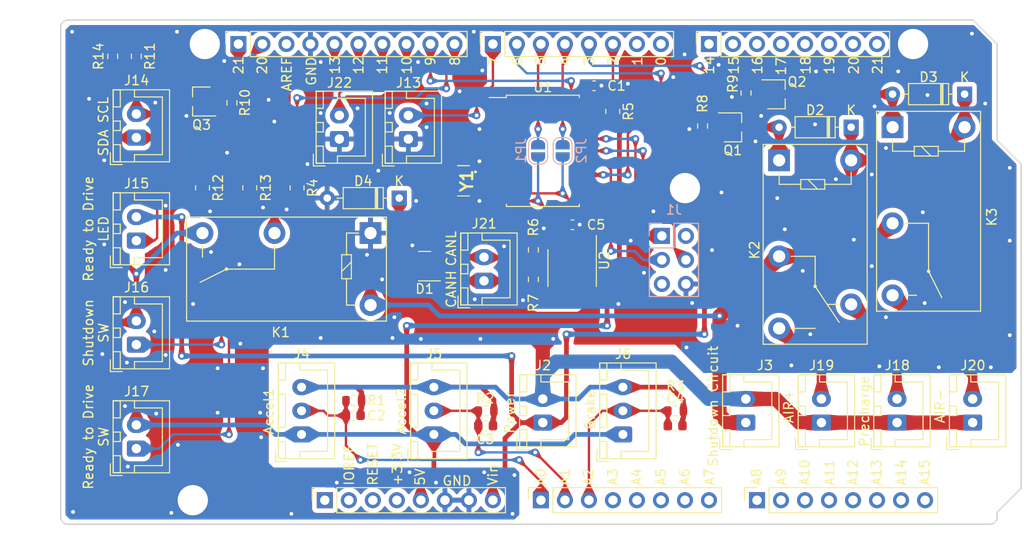
<source format=kicad_pcb>
(kicad_pcb (version 20221018) (generator pcbnew)
  (title_block (date "mar. 31 mars 2015"))
  (layers (0 "F.Cu" signal) (31 "B.Cu" signal) (34 "B.Paste" user) (35 "F.Paste" user) (36 "B.SilkS" user "B.Silkscreen") (37 "F.SilkS" user "F.Silkscreen") (38 "B.Mask" user) (39 "F.Mask" user) (44 "Edge.Cuts" user))
  (net 0 "")
  (net 1 "GND")
  (net 2 "/SCL{slash}21")
  (net 3 "/SDA{slash}20")
  (net 4 "+5V")
  (net 5 "/IOREF")
  (net 6 "/A0")
  (net 7 "/A1")
  (net 8 "/A2")
  (net 9 "/A3")
  (net 10 "/A4")
  (net 11 "/A5")
  (net 12 "/A6")
  (net 13 "/A7")
  (net 14 "/A8")
  (net 15 "/A9")
  (net 16 "/A10")
  (net 17 "/A11")
  (net 18 "/A12")
  (net 19 "/A13")
  (net 20 "/A14")
  (net 21 "/A15")
  (net 22 "/AREF")
  (net 23 "/*13")
  (net 24 "/*12")
  (net 25 "/*11")
  (net 26 "/*10")
  (net 27 "/*8")
  (net 28 "/*7")
  (net 29 "/*6")
  (net 30 "/*5")
  (net 31 "/*4")
  (net 32 "/*3")
  (net 33 "/TX0{slash}1")
  (net 34 "/RX0{slash}0")
  (net 35 "SHUTDOWN_CIRCUIT")
  (net 36 "/TX3{slash}14")
  (net 37 "/RX3{slash}15")
  (net 38 "/TX2{slash}16")
  (net 39 "/RX2{slash}17")
  (net 40 "/TX1{slash}18")
  (net 41 "/RX1{slash}19")
  (net 42 "/COIL1")
  (net 43 "/COIL2")
  (net 44 "/MISO_A")
  (net 45 "/SCK_A")
  (net 46 "+12V")
  (net 47 "/MOSI_A")
  (net 49 "/RESET")
  (net 50 "+3.3V")
  (net 51 "/*9{slash}CS_A")
  (net 52 "/*2{slash}INT_A")
  (net 53 "/RtD_LED")
  (net 54 "Net-(U1-~{RESET})")
  (net 55 "Net-(U2-Rs)")
  (net 63 "/CANH")
  (net 64 "/CANL")
  (net 65 "/TXCAN")
  (net 66 "/RXCAN")
  (net 67 "/OSC2")
  (net 68 "/OSC1")
  (net 73 "/PRECHARGE")
  (net 74 "/AIR+")
  (net 75 "/AIR-")
  (footprint "Connector_PinSocket_2.54mm:PinSocket_1x08_P2.54mm_Vertical" (layer "F.Cu") (at 127.94 97.46 90)
    (fp_text reference "J7" hide)
    (fp_text value "Power")
  )
  (footprint "Connector_PinSocket_2.54mm:PinSocket_1x08_P2.54mm_Vertical" (layer "F.Cu") (at 150.8 97.46 90)
    (fp_text reference "J8" hide)
    (fp_text value "Analog")
  )
  (footprint "Connector_PinSocket_2.54mm:PinSocket_1x08_P2.54mm_Vertical" (layer "F.Cu") (at 173.66 97.46 90)
    (fp_text reference "J9" hide)
    (fp_text value "Analog")
  )
  (footprint "Connector_PinSocket_2.54mm:PinSocket_1x10_P2.54mm_Vertical" (layer "F.Cu") (at 118.796 49.2 90)
    (fp_text reference "J10" hide)
    (fp_text value "PWM")
  )
  (footprint "Connector_PinSocket_2.54mm:PinSocket_1x08_P2.54mm_Vertical" (layer "F.Cu") (at 145.72 49.2 90)
    (fp_text reference "J11" hide)
    (fp_text value "PWM")
  )
  (footprint "Connector_PinSocket_2.54mm:PinSocket_1x08_P2.54mm_Vertical" (layer "F.Cu") (at 168.58 49.2 90)
    (fp_text reference "J12" hide)
    (fp_text value "Communication")
  )
  (footprint "Connector_JST:JST_XH_B2B-XH-A_1x02_P2.50mm_Vertical" (layer "F.Cu") (at 136.775 59.25 90)
    (fp_text reference "J13")
    (fp_text value "Conn_01x02_Pin")
  )
  (footprint "Resistor_SMD:R_0603_1608Metric" (layer "F.Cu") (at 131 86.9)
    (fp_text reference "R1")
    (fp_text value "100k")
  )
  (footprint "Package_TO_SOT_SMD:SOT-23" (layer "F.Cu") (at 138.5 72.7 180)
    (fp_text reference "D1")
    (fp_text value "NUP2105L")
  )
  (footprint "Connector_JST:JST_XH_B2B-XH-A_1x02_P2.50mm_Vertical" (layer "F.Cu") (at 108 59.1 90)
    (fp_text reference "J14")
    (fp_text value "Conn_01x02_Pin")
  )
  (footprint "SamacSys_Parts:CSTCE16M0V53R0" (layer "F.Cu") (at 142.625 63.67 90)
    (fp_text reference "Y1")
    (fp_text value "CSTCE16M0V53-R0" hide)
  )
  (footprint "Connector_JST:JST_XH_B3B-XH-A_1x03_P2.50mm_Vertical" (layer "F.Cu") (at 125.475 90.5 90)
    (fp_text reference "J4")
    (fp_text value "Conn_01x03_Pin")
  )
  (footprint "Connector_JST:JST_XH_B2B-XH-A_1x02_P2.50mm_Vertical" (layer "F.Cu") (at 196.475 89.25 90)
    (fp_text reference "J20")
    (fp_text value "Conn_01x02_Pin")
  )
  (footprint "Connector_JST:JST_XH_B3B-XH-A_1x03_P2.50mm_Vertical" (layer "F.Cu") (at 139.475 90.5 90)
    (fp_text reference "J5")
    (fp_text value "Conn_01x03_Pin")
  )
  (footprint "Connector_JST:JST_XH_B2B-XH-A_1x02_P2.50mm_Vertical" (layer "F.Cu") (at 108 81 90)
    (fp_text reference "J16")
    (fp_text value "Conn_01x02_Pin")
  )
  (footprint "Diode_THT:D_DO-35_SOD27_P7.62mm_Horizontal" (layer "F.Cu") (at 135.81 65.5 180)
    (fp_text reference "D4")
    (fp_text value "1S953")
  )
  (footprint "Connector_JST:JST_XH_B2B-XH-A_1x02_P2.50mm_Vertical" (layer "F.Cu") (at 108 92 90)
    (fp_text reference "J17")
    (fp_text value "Conn_01x02_Pin")
  )
  (footprint "Package_TO_SOT_SMD:TSOT-23" (layer "F.Cu") (at 175.69 54.5)
    (fp_text reference "Q2")
    (fp_text value "MTN2306AN3")
  )
  (footprint "Arduino_MountingHole:MountingHole_3.2mm" (layer "F.Cu") (at 196.52 97.46)
    (fp_text reference "MH6" hide)
    (fp_text value "MountingHole_3.2mm" hide)
  )
  (footprint "Capacitor_SMD:C_0603_1608Metric" (layer "F.Cu") (at 154.14 68.325)
    (fp_text reference "C5")
    (fp_text value "0.1u")
  )
  (footprint "Resistor_SMD:R_0603_1608Metric" (layer "F.Cu") (at 108 50.5 -90)
    (fp_text reference "R11")
    (fp_text value "3.3k")
  )
  (footprint "Connector_JST:JST_XH_B2B-XH-A_1x02_P2.50mm_Vertical" (layer "F.Cu") (at 108 70 90)
    (fp_text reference "J15")
    (fp_text value "Conn_01x02_Pin")
  )
  (footprint "Resistor_SMD:R_0603_1608Metric" (layer "F.Cu") (at 165.05 88)
    (fp_text reference "R3")
    (fp_text value "100k")
  )
  (footprint "Connector_JST:JST_XH_B2B-XH-A_1x02_P2.50mm_Vertical" (layer "F.Cu") (at 180.475 89.25 90)
    (fp_text reference "J19")
    (fp_text value "Conn_01x02_Pin")
  )
  (footprint "Resistor_SMD:R_0805_2012Metric" (layer "F.Cu") (at 125 64.4125 -90)
    (fp_text reference "R4")
    (fp_text value "10k")
  )
  (footprint "Connector_JST:JST_XH_B2B-XH-A_1x02_P2.50mm_Vertical" (layer "F.Cu") (at 172.475 89.25 90)
    (fp_text reference "J3")
    (fp_text value "Conn_01x02_Pin")
  )
  (footprint "Connector_JST:JST_XH_B2B-XH-A_1x02_P2.50mm_Vertical" (layer "F.Cu") (at 151 89.25 90)
    (fp_text reference "J2")
    (fp_text value "Conn_01x02_Pin")
  )
  (footprint "Resistor_SMD:R_0603_1608Metric" (layer "F.Cu") (at 145 88)
    (fp_text reference "R2")
    (fp_text value "100k")
  )
  (footprint "Resistor_SMD:R_0603_1608Metric" (layer "F.Cu") (at 105.5 50.5 -90)
    (fp_text reference "R14")
    (fp_text value "3.3k")
  )
  (footprint "Package_TO_SOT_SMD:TSOT-23" (layer "F.Cu") (at 114.9 55.3 180)
    (fp_text reference "Q3")
    (fp_text value "MTN2306AN3")
  )
  (footprint "Arduino_MountingHole:MountingHole_3.2mm" (layer "F.Cu") (at 115.24 49.2)
    (fp_text reference "MH1" hide)
    (fp_text value "MountingHole_3.2mm" hide)
  )
  (footprint "Capacitor_SMD:C_0603_1608Metric" (layer "F.Cu") (at 130.95 88.5)
    (fp_text reference "C2")
    (fp_text value "0.1u")
  )
  (footprint "Resistor_SMD:R_0805_2012Metric" (layer "F.Cu") (at 115 64.4125 -90)
    (fp_text reference "R12")
    (fp_text value "10k")
  )
  (footprint "Capacitor_SMD:C_0603_1608Metric" (layer "F.Cu") (at 156.425 53.62)
    (fp_text reference "C1")
    (fp_text value "0.1u")
  )
  (footprint "Resistor_SMD:R_0603_1608Metric" (layer "F.Cu") (at 150 74.1 90)
    (fp_text reference "R7")
    (fp_text value "120")
  )
  (footprint "Capacitor_SMD:C_0603_1608Metric" (layer "F.Cu") (at 165 89.6)
    (fp_text reference "C4")
    (fp_text value "0.1u")
  )
  (footprint "Diode_THT:D_DO-35_SOD27_P7.62mm_Horizontal" (layer "F.Cu") (at 195.62 54.5 180)
    (fp_text reference "D3")
    (fp_text value "1S953")
  )
  (footprint "Resistor_SMD:R_0603_1608Metric" (layer "F.Cu") (at 167.9 57.875 -90)
    (fp_text reference "R8")
    (fp_text value "1M")
  )
  (footprint "Resistor_SMD:R_0603_1608Metric" (layer "F.Cu") (at 150 70.975 90)
    (fp_text reference "R6")
    (fp_text value "15k")
  )
  (footprint "Resistor_SMD:R_0805_2012Metric" (layer "F.Cu") (at 120 64.4125 -90)
    (fp_text reference "R13")
    (fp_text value "10k")
  )
  (footprint "Resistor_SMD:R_0805_2012Metric" (layer "F.Cu") (at 158.4 56.3325 -90)
    (fp_text reference "R5")
    (fp_text value "10k")
  )
  (footprint "Relay_THT:Relay_SPDT_Omron-G5Q-1" (layer "F.Cu") (at 176 61.5 -90)
    (fp_text reference "K2")
    (fp_text value "G5Q-1")
  )
  (footprint "Package_TO_SOT_SMD:TSOT-23" (layer "F.Cu") (at 171.09 58)
    (fp_text reference "Q1")
    (fp_text value "MTN2306AN3")
  )
  (footprint "Resistor_SMD:R_0603_1608Metric" (layer "F.Cu") (at 118.11 55.425 90)
    (fp_text reference "R10")
    (fp_text value "1M")
  )
  (footprint "Connector_JST:JST_XH_B2B-XH-A_1x02_P2.50mm_Vertical" (layer "F.Cu") (at 144.775 74.25 90)
    (fp_text reference "J21")
    (fp_text value "Conn_01x02_Pin")
  )
  (footprint "Package_SO:SOIC-8_3.9x4.9mm_P1.27mm" (layer "F.Cu") (at 154.1 72.9 -90)
    (fp_text reference "U2")
    (fp_text value "MCP2551-I-SN")
  )
  (footprint "Connector_JST:JST_XH_B3B-XH-A_1x03_P2.50mm_Vertical" (layer "F.Cu") (at 159.475 90.5 90)
    (fp_text reference "J6")
    (fp_text value "Conn_01x03_Pin")
  )
  (footprint "Relay_THT:Relay_SPST_Omron-G5Q-1A" (layer "F.Cu") (at 132.775 69.2 180)
    (fp_text reference "K1")
    (fp_text value "G5Q-1A")
  )
  (footprint "Connector_JST:JST_XH_B2B-XH-A_1x02_P2.50mm_Vertical" (layer "F.Cu") (at 129.475 59.25 90)
    (fp_text reference "J22")
    (fp_text value "Conn_01x02_Pin")
  )
  (footprint "Resistor_SMD:R_0603_1608Metric" (layer "F.Cu") (at 172.5 54.375 -90)
    (fp_text reference "R9")
    (fp_text value "1M")
  )
  (footprint "Capacitor_SMD:C_0603_1608Metric" (layer "F.Cu") (at 144.95 89.6)
    (fp_text reference "C3")
    (fp_text value "0.1u")
  )
  (footprint "Connector_JST:JST_XH_B2B-XH-A_1x02_P2.50mm_Vertical" (layer "F.Cu") (at 188.475 89.25 90)
    (fp_text reference "J18")
    (fp_text value "Conn_01x02_Pin")
  )
  (footprint "Diode_THT:D_DO-35_SOD27_P7.62mm_Horizontal" (layer "F.Cu") (at 183.62 58 180)
    (fp_text reference "D2")
    (fp_text value "1S953")
  )
  (footprint "Package_SO:SOIC-18W_7.5x11.6mm_P1.27mm" (layer "F.Cu") (at 151 60.5)
    (fp_text reference "U1")
    (fp_text value "MCP2515-xSO")
  )
  (footprint "Arduino_MountingHole:MountingHole_3.2mm" (layer "F.Cu") (at 113.97 97.46)
    (fp_text reference "MH2" hide)
    (fp_text value "MountingHole_3.2mm" hide)
  )
  (footprint "Relay_THT:Relay_SPST_Omron-G5Q-1A" (layer "F.Cu") (at 188 58 -90)
    (fp_text reference "K3")
    (fp_text value "G5Q-1A")
  )
  (footprint "Arduino_MountingHole:MountingHole_3.2mm" (layer "F.Cu") (at 166.04 64.44)
    (fp_text reference "MH3" hide)
    (fp_text value "MountingHole_3.2mm" hide)
  )
  (footprint "Arduino_MountingHole:MountingHole_3.2mm" (layer "F.Cu") (at 166.04 92.38)
    (fp_text reference "MH4" hide)
    (fp_text value "MountingHole_3.2mm" hide)
  )
  (footprint "Arduino_MountingHole:MountingHole_3.2mm" (layer "F.Cu") (at 190.17 49.2)
    (fp_text reference "MH5" hide)
    (fp_text value "MountingHole_3.2mm" hide)
  )
  (footprint "Jumper:SolderJumper-2_P1.3mm_Open_RoundedPad1.0x1.5mm" (layer "B.Cu") (at 153.1 60.5 90)
    (fp_text reference "JP2")
    (fp_text value "SolderJumper_2_Open")
  )
  (footprint "Connector_PinSocket_2.54mm:PinSocket_2x03_P2.54mm_Vertical" (layer "B.Cu") (at 163.6 69.5 180)
    (fp_text reference "J1")
    (fp_text value "Conn_02x03_Odd_Even")
  )
  (footprint "Jumper:SolderJumper-2_P1.3mm_Open_RoundedPad1.0x1.5mm" (layer "B.Cu") (at 150.5 60.5 90)
    (fp_text reference "JP1")
    (fp_text value "SolderJumper_2_Open")
  )
  (gr_line (start 199.06 59.36) (end 201.6 61.9) (stroke (width 0.15)) (layer "Edge.Cuts"))
  (gr_line (start 100 99.238) (end 100 47.422) (stroke (width 0.15)) (layer "Edge.Cuts"))
  (gr_line (start 201.6 61.9) (end 201.6 96.19) (stroke (width 0.15)) (layer "Edge.Cuts"))
  (gr_line (start 198.298 100) (end 100.762 100) (stroke (width 0.15)) (layer "Edge.Cuts"))
  (gr_line (start 100.762 46.66) (end 196.52 46.66) (stroke (width 0.15)) (layer "Edge.Cuts"))
  (gr_arc (start 100.762 100) (mid 100.223185 99.776815) (end 100 99.238) (stroke (width 0.15)) (layer "Edge.Cuts"))
  (gr_line (start 201.6 96.19) (end 199.06 98.73) (stroke (width 0.15)) (layer "Edge.Cuts"))
  (gr_line (start 196.52 46.66) (end 199.06 49.2) (stroke (width 0.15)) (layer "Edge.Cuts"))
  (gr_arc (start 199.06 99.238) (mid 198.836815 99.776815) (end 198.298 100) (stroke (width 0.15)) (layer "Edge.Cuts"))
  (gr_line (start 199.06 49.2) (end 199.06 59.36) (stroke (width 0.15)) (layer "Edge.Cuts"))
  (gr_line (start 199.06 98.73) (end 199.06 99.238) (stroke (width 0.15)) (layer "Edge.Cuts"))
  (gr_arc (start 100 47.422) (mid 100.223185 46.883185) (end 100.762 46.66) (stroke (width 0.15)) (layer "Edge.Cuts"))
  (gr_text "A2" (at 156.4 96 90) (layer "F.SilkS") (effects (font (size 1 1)) (justify left bottom)))
  (gr_text "AIR+" (at 177.6 89.4 90) (layer "F.SilkS") (effects (font (size 1 1)) (justify left bottom)))
  (gr_text "4" (at 154 51.6 90) (layer "F.SilkS") (effects (font (size 1 1)) (justify left bottom)))
  (gr_text "A10" (at 179.3 96 90) (layer "F.SilkS") (effects (font (size 1 1)) (justify left bottom)))
  (gr_text "19" (at 181.9 52.5 90) (layer "F.SilkS") (effects (font (size 1 1)) (justify left bottom)))
  (gr_text "8" (at 142.3 51.6 90) (layer "F.SilkS") (effects (font (size 1 1)) (justify left bottom)))
  (gr_text "9" (at 139.7 51.6 90) (layer "F.SilkS") (effects (font (size 1 1)) (justify left bottom)))
  (gr_text "Brake" (at 156.6 90.1 90) (layer "F.SilkS") (effects (font (size 1 1)) (justify left bottom)))
  (gr_text "Vin" (at 146.3 96 90) (layer "F.SilkS") (effects (font (size 1 1)) (justify left bottom)))
  (gr_text "Power" (at 148.1 90.5 90) (layer "F.SilkS") (effects (font (size 1 1)) (justify left bottom)))
  (gr_text "A12" (at 184.4 96 90) (layer "F.SilkS") (effects (font (size 1 1)) (justify left bottom)))
  (gr_text "6" (at 148.9 51.6 90) (layer "F.SilkS") (effects (font (size 1 1)) (justify left bottom)))
  (gr_text "A7" (at 169.2 96 90) (layer "F.SilkS") (effects (font (size 1 1)) (justify left bottom)))
  (gr_text "14" (at 169.2 52.5 90) (layer "F.SilkS") (effects (font (size 1 1)) (justify left bottom)))
  (gr_text "GND" (at 140.3 96) (layer "F.SilkS") (effects (font (size 1 1)) (justify left bottom)))
  (gr_text "A11" (at 181.9 96 90) (layer "F.SilkS") (effects (font (size 1 1)) (justify left bottom)))
  (gr_text "Precharge" (at 185.6 91.9 90) (layer "F.SilkS") (effects (font (size 1 1)) (justify left bottom)))
  (gr_text "A4" (at 161.5 96 90) (layer "F.SilkS") (effects (font (size 1 1)) (justify left bottom)))
  (gr_text "13" (at 129.6 52.5 90) (layer "F.SilkS") (effects (font (size 1 1)) (justify left bottom)))
  (gr_text "SDA" (at 105.1 61.15 90) (layer "F.SilkS") (effects (font (size 1 1)) (justify left bottom)))
  (gr_text "20" (at 184.5 52.5 90) (layer "F.SilkS") (effects (font (size 1 1)) (justify left bottom)))
  (gr_text "20" (at 121.9 52.5 90) (layer "F.SilkS") (effects (font (size 1 1)) (justify left bottom)))
  (gr_text "5" (at 151.4 51.6 90) (layer "F.SilkS") (effects (font (size 1 1)) (justify left bottom)))
  (gr_text "A9" (at 176.8 96 90) (layer "F.SilkS") (effects (font (size 1 1)) (justify left bottom)))
  (gr_text "SCL" (at 105.1 57.65 90) (layer "F.SilkS") (effects (font (size 1 1)) (justify left bottom)))
  (gr_text "21" (at 187 52.5 90) (layer "F.SilkS") (effects (font (size 1 1)) (justify left bottom)))
  (gr_text "CANH" (at 141.9 77.2 90) (layer "F.SilkS") (effects (font (size 1 1)) (justify left bottom)))
  (gr_text "16" (at 174.3 52.5 90) (layer "F.SilkS") (effects (font (size 1 1)) (justify left bottom)))
  (gr_text "A15" (at 192 96 90) (layer "F.SilkS") (effects (font (size 1 1)) (justify left bottom)))
  (gr_text "A0" (at 151.4 96 90) (layer "F.SilkS") (effects (font (size 1 1)) (justify left bottom)))
  (gr_text "GND" (at 127.1 53.7 90) (layer "F.SilkS") (effects (font (size 1 1)) (justify left bottom)))
  (gr_text "12" (at 132.1 52.5 90) (layer "F.SilkS") (effects (font (size 1 1)) (justify left bottom)))
  (gr_text "A1" (at 153.9 96 90) (layer "F.SilkS") (effects (font (size 1 1)) (justify left bottom)))
  (gr_text "Accel2" (at 136.6 90.6 90) (layer "F.SilkS") (effects (font (size 1 1)) (justify left bottom)))
  (gr_text "A5" (at 164.1 96 90) (layer "F.SilkS") (effects (font (size 1 1)) (justify left bottom)))
  (gr_text "11" (at 134.6 52.5 90) (layer "F.SilkS") (effects (font (size 1 1)) (justify left bottom)))
  (gr_text "A14" (at 189.5 96 90) (layer "F.SilkS") (effects (font (size 1 1)) (justify left bottom)))
  (gr_text "A8" (at 174.2 96 90) (layer "F.SilkS") (effects (font (size 1 1)) (justify left bottom)))
  (gr_text "21" (at 119.4 52.5 90) (layer "F.SilkS") (effects (font (size 1 1)) (justify left bottom)))
  (gr_text "+3.3V" (at 136.2 96 90) (layer "F.SilkS") (effects (font (size 1 1)) (justify left bottom)))
  (gr_text "2" (at 159 51.6 90) (layer "F.SilkS") (effects (font (size 1 1)) (justify left bottom)))
  (gr_text "0" (at 164.1 51.6 90) (layer "F.SilkS") (effects (font (size 1 1)) (justify left bottom)))
  (gr_text "Shutdown Circuit" (at 169.6 94 90) (layer "F.SilkS") (effects (font (size 1 1)) (justify left bottom)))
  (gr_text "18" (at 179.4 52.5 90) (layer "F.SilkS") (effects (font (size 1 1)) (justify left bottom)))
  (gr_text "Ready to Drive\nSW" (at 105.125 90.75 90) (layer "F.SilkS") (effects (font (size 1 1)) (justify bottom)))
  (gr_text "7" (at 146.4 51.6 90) (layer "F.SilkS") (effects (font (size 1 1)) (justify left bottom)))
  (gr_text "A13" (at 186.9 96 90) (layer "F.SilkS") (effects (font (size 1 1)) (justify left bottom)))
  (gr_text "IOREF" (at 131.1 96 90) (layer "F.SilkS") (effects (font (size 1 1)) (justify left bottom)))
  (gr_text "Accel1" (at 122.6 90.6 90) (layer "F.SilkS") (effects (font (size 1 1)) (justify left bottom)))
  (gr_text "10" (at 137.2 52.5 90) (layer "F.SilkS") (effects (font (size 1 1)) (justify left bottom)))
  (gr_text "1" (at 161.6 51.6 90) (layer "F.SilkS") (effects (font (size 1 1)) (justify left bottom)))
  (gr_text "A3" (at 159 96 90) (layer "F.SilkS") (effects (font (size 1 1)) (justify left bottom)))
  (gr_text "17" (at 176.8 52.6 90) (layer "F.SilkS") (effects (font (size 1 1)) (justify left bottom)))
  (gr_text "A6" (at 166.6 96 90) (layer "F.SilkS") (effects (font (size 1 1)) (justify left bottom)))
  (gr_text "AIR-" (at 193.6 89.4 90) (layer "F.SilkS") (effects (font (size 1 1)) (justify left bottom)))
  (gr_text "Ready to Drive\nLED" (at 105.125 68.75 90) (layer "F.SilkS") (effects (font (size 1 1)) (justify bottom)))
  (gr_text "3" (at 156.5 51.6 90) (layer "F.SilkS") (effects (font (size 1 1)) (justify left bottom)))
  (gr_text "Shutdown\nSW" (at 105.125 79.75 90) (layer "F.SilkS") (effects (font (size 1 1)) (justify bottom)))
  (gr_text "CANL" (at 141.9 72.8 90) (layer "F.SilkS") (effects (font (size 1 1)) (justify left bottom)))
  (gr_text "AREF" (at 124.5 54.3 90) (layer "F.SilkS") (effects (font (size 1 1)) (justify left bottom)))
  (gr_text "15" (at 171.8 52.5 90) (layer "F.SilkS") (effects (font (size 1 1)) (justify left bottom)))
  (gr_text "RESET" (at 133.6 96 90) (layer "F.SilkS") (effects (font (size 1 1)) (justify left bottom)))
  (gr_text "5V" (at 138.6 96 90) (layer "F.SilkS") (effects (font (size 1 1)) (justify left bottom)))
  (segment (start 144.5 85.5) (end 145.825 86.825) (width 0.5) (layer "F.Cu") (net 1))
  (segment (start 165.875 86.875) (end 164.5 85.5) (width 0.5) (layer "F.Cu") (net 1))
  (segment (start 117.05 54.35) (end 117.3 54.6) (width 0.5) (layer "F.Cu") (net 1))
  (segment (start 154.735 69.125) (end 154.735 70.425) (width 0.5) (layer "F.Cu") (net 1))
  (segment (start 131.725 87.875) (end 131.825 87.775) (width 0.5) (layer "F.Cu") (net 1))
  (segment (start 165.875 88) (end 165.875 86.875) (width 0.5) (layer "F.Cu") (net 1))
  (segment (start 175.65 86.75) (end 172.475 86.75) (width 1.5) (layer "F.Cu") (net 1))
  (segment (start 145.725 88.825) (end 145.825 88.725) (width 0.5) (layer "F.Cu") (net 1))
  (segment (start 132.775 66.875) (end 131.4 65.5) (width 0.5) (layer "F.Cu") (net 1))
  (segment (start 131.825 86.025) (end 131.3 85.5) (width 0.5) (layer "F.Cu") (net 1))
  (segment (start 165.775 89.6) (end 165.775 88.875) (width 0.5) (layer "F.Cu") (net 1))
  (segment (start 164.5 85.5) (end 159.475 85.5) (width 0.5) (layer "F.Cu") (net 1))
  (segment (start 172.5 55.2) (end 173.2 55.2) (width 0.5) (layer "F.Cu") (net 1))
  (segment (start 168.6 58.7) (end 168.85 58.95) (width 0.5) (layer "F.Cu") (net 1))
  (segment (start 168.85 58.95) (end 169.78 58.95) (width 0.5) (layer "F.Cu") (net 1))
  (segment (start 145.825 88.725) (end 145.825 88) (width 0.5) (layer "F.Cu") (net 1))
  (segment (start 188.475 89.25) (end 180.475 89.25) (width 1.5) (layer "F.Cu") (net 1))
  (segment (start 131.825 86.9) (end 131.825 86.025) (width 0.5) (layer "F.Cu") (net 1))
  (segment (start 180.475 89.25) (end 178.15 89.25) (width 1.5) (layer "F.Cu") (net 1))
  (segment (start 165.775 88.875) (end 165.875 88.775) (width 0.5) (layer "F.Cu") (net 1))
  (segment (start 131.4 65.5) (end 128.19 65.5) (width 0.5) (layer "F.Cu") (net 1))
  (segment (start 196.475 89.25) (end 188.475 89.25) (width 1.5) (layer "F.Cu") (net 1))
  (segment (start 173.2 55.2) (end 173.45 55.45) (width 0.5) (layer "F.Cu") (net 1))
  (segment (start 154.915 68.325) (end 154.9 68.3) (width 0.5) (layer "F.Cu") (net 1))
  (segment (start 154.9 68.3) (end 154.915 68.945) (width 0.5) (layer "F.Cu") (net 1))
  (segment (start 117.3 54.6) (end 118.11 54.6) (width 0.5) (layer "F.Cu") (net 1))
  (segment (start 173.45 55.45) (end 174.38 55.45) (width 0.5) (layer "F.Cu") (net 1))
  (segment (start 167.9 58.7) (end 168.6 58.7) (width 0.5) (layer "F.Cu") (net 1))
  (segment (start 132.775 69.2) (end 132.775 66.875) (width 0.5) (layer "F.Cu") (net 1))
  (segment (start 145.825 86.825) (end 145.825 88) (width 0.5) (layer "F.Cu") (net 1))
  (segment (start 145.725 89.6) (end 145.725 88.825) (width 0.5) (layer "F.Cu") (net 1))
  (segment (start 165.875 88.775) (end 165.875 88) (width 0.5) (layer "F.Cu") (net 1))
  (segment (start 178.15 89.25) (end 175.65 86.75) (width 1.5) (layer "F.Cu") (net 1))
  (segment (start 131.825 87.775) (end 131.825 86.9) (width 0.5) (layer "F.Cu") (net 1))
  (segment (start 131.3 85.5) (end 125.475 85.5) (width 0.5) (layer "F.Cu") (net 1))
  (segment (start 131.725 88.5) (end 131.725 87.875) (width 0.5) (layer "F.Cu") (net 1))
  (segment (start 139.475 85.5) (end 144.5 85.5) (width 0.5) (layer "F.Cu") (net 1))
  (segment (start 116.21 54.35) (end 117.05 54.35) (width 0.5) (layer "F.Cu") (net 1))
  (segment (start 154.915 68.945) (end 154.735 69.125) (width 0.5) (layer "F.Cu") (net 1))
  (via (at 138.7 58) (size 0.8) (drill 0.4) (layers "F.Cu" "B.Cu") (net 1))
  (via (at 152.1 80.4) (size 0.8) (drill 0.4) (layers "F.Cu" "B.Cu") (net 1))
  (via (at 144.8 94.5) (size 0.8) (drill 0.4) (layers "F.Cu" "B.Cu") (net 1))
  (via (at 137.6 65.8) (size 0.8) (drill 0.4) (layers "F.Cu" "B.Cu") (net 1))
  (via (at 148.9 76.3) (size 0.8) (drill 0.4) (layers "F.Cu" "B.Cu") (net 1))
  (via (at 121.2 90.8) (size 0.8) (drill 0.4) (layers "F.Cu" "B.Cu") (net 1))
  (via (at 126.1 61.9) (size 0.8) (drill 0.4) (layers "F.Cu" "B.Cu") (net 1))
  (via (at 169.6 51.4) (size 0.8) (drill 0.4) (layers "F.Cu" "B.Cu") (net 1))
  (via (at 171 54.8) (size 0.8) (drill 0.4) (layers "F.Cu" "B.Cu") (net 1))
  (via (at 117.3 51) (size 0.8) (drill 0.4) (layers "F.Cu" "B.Cu") (net 1))
  (via (at 104.6 70.4) (size 0.8) (drill 0.4) (layers "F.Cu" "B.Cu") (net 1))
  (via (at 131.4 56) (size 0.8) (drill 0.4) (layers "F.Cu" "B.Cu") (net 1))
  (via (at 143.7 47.9) (size 0.8) (drill 0.4) (layers "F.Cu" "B.Cu") (net 1))
  (via (at 144.3 65.8) (size 0.8) (drill 0.4) (layers "F.Cu" "B.Cu") (net 1))
  (via (at 179.3 79.9) (size 0.8) (drill 0.4) (layers "F.Cu" "B.Cu") (net 1))
  (via (at 134 74.1) (size 0.8) (drill 0.4) (layers "F.Cu" "B.Cu") (net 1))
  (via (at 133.6 62.6) (size 0.8) (drill 0.4) (layers "F.Cu" "B.Cu") (net 1))
  (via (at 137.8 51.1) (size 0.8) (drill 0.4) (layers "F.Cu" "B.Cu") (net 1))
  (via (at 146.9 70.6) (size 0.8) (drill 0.4) (layers "F.Cu" "B.Cu") (net 1))
  (via (at 154.9 68.3) (size 0.8) (drill 0.4) (layers "F.Cu" "B.Cu") (net 1))
  (via (at 187.3 78.1) (size 0.8) (drill 0.4) (layers "F.Cu" "B.Cu") (net 1))
  (via (at 106.8 76.5) (size 0.8) (drill 0.4) (layers "F.Cu" "B.Cu") (net 1))
  (via (at 166 50.3) (size 0.8) (drill 0.4) (layers "F.Cu" "B.Cu") (net 1))
  (via (at 121.1 88.2) (size 0.8) (drill 0.4) (layers "F.Cu" "B.Cu") (net 1))
  (via (at 166.5 58.2) (size 0.8) (drill 0.4) (layers "F.Cu" "B.Cu") (net 1))
  (via (at 116.6 83.5) (size 0.8) (drill 0.4) (layers "F.Cu" "B.Cu") (net 1))
  (via (at 127.5 80.3) (size 0.8) (drill 0.4) (layers "F.Cu" "B.Cu") (net 1))
  (via (at 121.4 66.5) (size 0.8) (drill 0.4) (layers "F.Cu" "B.Cu") (net 1))
  (via (at 121.4 83.5) (size 0.8) (drill 0.4) (layers "F.Cu" "B.Cu") (net 1))
  (via (at 174.1 56.8) (size 0.8) (drill 0.4) (layers "F.Cu" "B.Cu") (net 1))
  (via (at 134.8 56.5) (size 0.8) (drill 0.4) (layers "F.Cu" "B.Cu") (net 1))
  (via (at 196.4 48.1) (size 0.8) (drill 0.4) (layers "F.Cu" "B.Cu") (net 1))
  (via (at 144.4 80.4) (size 0.8) (drill 0.4) (layers "F.Cu" "B.Cu") (net 1))
  (via (at 173.5 59.5) (size 0.8) (drill 0.4) (layers "F.Cu" "B.Cu") (net 1))
  (via (at 111.7 98.8) (size 0.8) (drill 0.4) (layers "F.Cu" "B.Cu") (net 1))
  (via (at 119 80.9) (size 0.8) (drill 0.4) (layers "F.Cu" "B.Cu") (net 1))
  (via (at 148 94.8) (size 0.8) (drill 0.4) (layers "F.Cu" "B.Cu") (net 1))
  (via (at 171.6 79) (size 0.8) (drill 0.4) (layers "F.Cu" "B.Cu") (net 1))
  (via (at 138.7 55.5) (size 0.8) (drill 0.4) (layers "F.Cu" "B.Cu") (net 1))
  (via (at 186.1 55.8) (size 0.8) (drill 0.4) (layers "F.Cu" "B.Cu") (net 1))
  (via (at 107 82.9) (size 0.8) (drill 0.4) (layers "F.Cu" "B.Cu") (net 1))
  (via (at 191.2 67) (size 0.8) (drill 0.4) (layers "F.Cu" "B.Cu") (net 1))
  (via (at 116.6 88.2) (size 0.8) (drill 0.4) (layers "F.Cu" "B.Cu") (net 1))
  (via (at 179.8 57.7) (size 0.8) (drill 0.4) (layers "F.Cu" "B.Cu") (net 1))
  (via (at 179.9 52.1) (size 0.8) (drill 0.4) (layers "F.Cu" "B.Cu") (net 1))
  (via (at 157.2 53.6) (size 0.8) (drill 0.4) (layers "F.Cu" "B.Cu") (net 1))
  (via (at 112.4 91.6) (size 0.8) (drill 0.4) (layers "F.Cu" "B.Cu") (net 1))
  (via (at 101.2 47.9) (size 0.8) (drill 0.4) (layers "F.Cu" "B.Cu") (net 1))
  (via (at 151.1 68.7) (size 0.8) (drill 0.4) (layers "F.Cu" "B.Cu") (net 1))
  (via (at 182 63.5) (size 0.8) (drill 0.4) (layers "F.Cu" "B.Cu") (net 1))
  (via (at 177.3 83.2) (size 0.8) (drill 0.4) (layers "F.Cu" "B.Cu") (net 1))
  (via (at 117.6 60.7) (size 0.8) (drill 0.4) (layers "F.Cu" "B.Cu") (net 1))
  (via (at 142.2 54.2) (size 0.8) (drill 0.4) (layers "F.Cu" "B.Cu") (net 1))
  (via (at 115.8 66.9) (size 0.8) (drill 0.4) (layers "F.Cu" "B.Cu") (net 1))
  (via (at 104.4 82) (size 0.8) (drill 0.4) (layers "F.Cu" "B.Cu") (net 1))
  (via (at 147.8 98.9) (size 0.8) (drill 0.4) (layers "F.Cu" "B.Cu") (net 1))
  (via (at 183.9 69.9) (size 0.8) (drill 0.4) (layers "F.Cu" "B.Cu") (net 1))
  (via (at 137.2 70.5) (size 0.8) (drill 0.4) (layers "F.Cu" "B.Cu") (net 1))
  (via (at 197.8 55.5) (size 0.8) (drill 0.4) (layers "F.Cu" "B.Cu") (net 1))
  (via (at 191.7 54.6) (size 0.8) (drill 0.4) (layers "F.Cu" "B.Cu") (net 1))
  (via (at 113.3 56.8) (size 0.8) (drill 0.4) (layers "F.Cu" "B.Cu") (net 1))
  (via (at 198.4 83.4) (size 0.8) (drill 0.4) (layers "F.Cu" "B.Cu") (net 1))
  (via (at 110 55.4) (size 0.8) (drill 0.4) (layers "F.Cu" "B.Cu") (net 1))
  (via (at 127.5 51.1) (size 0.8) (drill 0.4) (layers "F.Cu" "B.Cu") (net 1))
  (via (at 200.4 62.3) (size 0.8) (drill 0.4) (layers "F.Cu" "B.Cu") (net 1))
  (via (at 185.8 63) (size 0.8) (drill 0.4) (layers "F.Cu" "B.Cu") (net 1))
  (via (at 132.4 71.5) (size 0.8) (drill 0.4) (layers "F.Cu" "B.Cu") (net 1))
  (via (at 123.9 66.7) (size 0.8) (drill 0.4) (layers "F.Cu" "B.Cu") (net 1))
  (via (at 118.9 72.5) (size 0.8) (drill 0.4) (layers "F.Cu" "B.Cu") (net 1))
  (via (at 160.3 70) (size 0.8) (drill 0.4) (layers "F.Cu" "B.Cu") (net 1))
  (via (at 200.4 70) (size 0.8) (drill 0.4) (layers "F.Cu" "B.Cu") (net 1))
  (via (at 101.3 98.7) (size 0.8) (drill 0.4) (layers "F.Cu" "B.Cu") (net 1))
  (via (at 175.8 65.5) (size 0.8) (drill 0.4) (layers "F.Cu" "B.Cu") (net 1))
  (via (at 109.9 79.6) (size 0.8) (drill 0.4) (layers "F.Cu" "B.Cu") (net 1))
  (via (at 127.5 56.5) (size 0.8) (drill 0.4) (layers "F.Cu" "B.Cu") (net 1))
  (via (at 111.1 82.1) (size 0.8) (drill 0.4) (layers "F.Cu" "B.Cu") (net 1))
  (via (at 168.9 71) (size 0.8) (drill 0.4) (layers "F.Cu" "B.Cu") (net 1))
  (via (at 188.6 52.1) (size 0.8) (drill 0.4) (layers "F.Cu" "B.Cu") (net 1))
  (via (at 166.8 76.6) (size 0.8) (drill 0.4) (layers "F.Cu" "B.Cu") (net 1))
  (via (at 144.6 52) (size 0.8) (drill 0.4) (layers "F.Cu" "B.Cu") (net 1))
  (via (at 185.8 72.7) (size 0.8) (drill 0.4) (layers "F.Cu" "B.Cu") (net 1))
  (via (at 144.3 58.2) (size 0.8) (drill 0.4) (layers "F.Cu" "B.Cu") (net 1))
  (via (at 115.9 71.2) (size 0.8) (drill 0.4) (layers "F.Cu" "B.Cu") (net 1))
  (via (at 200.4 80) (size 0.8) (drill 0.4) (layers "F.Cu" "B.Cu") (net 1))
  (via (at 129.2 95.6) (size 0.8) (drill 0.4) (layers "F.Cu" "B.Cu") (net 1))
  (via (at 112.3 47.9) (size 0.8) (drill 0.4) (layers "F.Cu" "B.Cu") (net 1))
  (via (at 178.5 73.2) (size 0.8) (drill 0.4) (layers "F.Cu" "B.Cu") (net 1))
  (via (at 110.1 88.3) (size 0.8) (drill 0.4) (layers "F.Cu" "B.Cu") (net 1))
  (via (at 143.8 76.2) (size 0.8) (drill 0.4) (layers "F.Cu" "B.Cu") (net 1))
  (via (at 135.3 78.1) (size 0.8) (drill 0.4) (layers "F.Cu" "B.Cu") (net 1))
  (via (at 160 53.4) (size 0.8) (drill 0.4) (layers "F.Cu" "B.Cu") (net 1))
  (via (at 164.8 52.7) (size 0.8) (drill 0.4) (layers "F.Cu" "B.Cu") (net 1))
  (via (at 191.4 76.6) (size 0.8) (drill 0.4) (layers "F.Cu" "B.Cu") (net 1))
  (via (at 186.6 83.3) (size 0.8) (drill 0.4) (layers "F.Cu" "B.Cu") (net 1))
  (via (at 161.7 73.4) (size 0.8) (drill 0.4) (layers "F.Cu" "B.Cu") (net 1))
  (via (at 187.3 60.2) (size 0.8) (drill 0.4) (layers "F.Cu" "B.Cu") (net 1))
  (via (at 124.4 98.9) (size 0.8) (drill 0.4) (layers "F.Cu" "B.Cu") (net 1))
  (via (at 159 76.7) (size 0.8) (drill 0.4) (layers "F.Cu" "B.Cu") (net 1))
  (via (at 114 76.7) (size 0.8) (drill 0.4) (layers "F.Cu" "B.Cu") (net 1))
  (via (at 169.9 64.9) (size 0.8) (drill 0.4) (layers "F.Cu" "B.Cu") (net 1))
  (via (at 107.1 93.9) (size 0.8) (drill 0.4) (layers "F.Cu" "B.Cu") (net 1))
  (via (at 122 55.1) (size 0.8) (drill 0.4) (layers "F.Cu" "B.Cu") (net 1))
  (via (at 144.3 61.6) (size 0.8) (drill 0.4) (layers "F.Cu" "B.Cu") (net 1))
  (via (at 111.1 66.3) (size 0.8) (drill 0.4) (layers "F.Cu" "B.Cu") (net 1))
  (via (at 122.6 57.4) (size 0.8) (drill 0.4) (layers "F.Cu" "B.Cu") (net 1))
  (via (at 106.8 87.5) (size 0.8) (drill 0.4) (layers "F.Cu" "B.Cu") (net 1))
  (via (at 104.6 61.5) (size 0.8) (drill 0.4) (layers "F.Cu" "B.Cu") (net 1))
  (via (at 111.1 73.1) (size 0.8) (drill 0.4) (layers "F.Cu" "B.Cu") (net 1))
  (via (at 139.7 95.6) (size 0.8) (drill 0.4) (layers "F.Cu" "B.Cu") (net 1))
  (via (at 135.1 80.3) (size 0.8) (drill 0.4) (layers "F.Cu" "B.Cu") (net 1))
  (via (at 192.9 83.4) (size 0.8) (drill 0.4) (layers "F.Cu" "B.Cu") (net 1))
  (via (at 103 55) (size 0.8) (drill 0.4) (layers "F.Cu" "B.Cu") (net 1))
  (via (at 136.9 94.5) (size 0.8) (drill 0.4) (layers "F.Cu" "B.Cu") (net 1))
  (via (at 176.6 68.8) (size 0.8) (drill 0.4) (layers "F.Cu" "B.Cu") (net 1))
  (via (at 166.2 81.3) (size 0.8) (drill 0.4) (layers "F.Cu" "B.Cu") (net 1))
  (via (at 138.1 80.4) (size 0.8) (drill 0.4) (layers "F.Cu" "B.Cu") (net 1))
  (via (at 162.7 66.9) (size 0.8) (drill 0.4) (layers "F.Cu" "B.Cu") (net 1))
  (segment (start 147.25 86.75) (end 151 86.75) (width 0.5) (layer "B.Cu") (net 1))
  (segment (start 156 85.5) (end 159.475 85.5) (width 0.5) (layer "B.Cu") (net 1))
  (segment (start 151 84.2) (end 151 86.75) (width 1.5) (layer "B.Cu") (net 1))
  (segment (start 125.475 85.5) (end 139.475 85.5) (width 0.5) (layer "B.Cu") (net 1))
  (segment (start 151 86.75) (end 154.75 86.75) (width 0.5) (layer "B.Cu") (net 1))
  (segment (start 140.64 97.46) (end 143.18 97.46) (width 0.5) (layer "B.Cu") (net 1))
  (segment (start 172.475 86.75) (end 168.55 86.75) (width 1.5) (layer "B.Cu") (net 1))
  (segment (start 154.75 86.75) (end 156 85.5) (width 0.5) (layer "B.Cu") (net 1))
  (segment (start 152.4 82.8) (end 151 84.2) (width 1.5) (layer "B.Cu") (net 1))
  (segment (start 139.475 85.5) (end 146 85.5) (width 0.5) (layer "B.Cu") (net 1))
  (segment (start 146 85.5) (end 147.25 86.75) (width 0.5) (layer "B.Cu") (net 1))
  (segment (start 168.55 86.75) (end 164.6 82.8) (width 1.5) (layer "B.Cu") (net 1))
  (segment (start 164.6 82.8) (end 152.4 82.8) (width 1.5) (layer "B.Cu") (net 1))
  (segment (start 110.7 56.6) (end 108 56.6) (width 0.25) (layer "F.Cu") (net 2))
  (segment (start 108 51.325) (end 108 56.6) (width 0.25) (layer "F.Cu") (net 2))
  (segment (start 111.1 54.9) (end 111.1 56.2) (width 0.25) (layer "F.Cu") (net 2))
  (segment (start 118.796 49.2) (end 118.796 51.104) (width 0.25) (layer "F.Cu") (net 2))
  (segment (start 117.3 52.6) (end 113.4 52.6) (width 0.25) (layer "F.Cu") (net 2))
  (segment (start 111.1 56.2) (end 110.7 56.6) (width 0.25) (layer "F.Cu") (net 2))
  (segment (start 118.796 51.104) (end 117.3 52.6) (width 0.25) (layer "F.Cu") (net 2))
  (segment (start 113.4 52.6) (end 111.1 54.9) (width 0.25) (layer "F.Cu") (net 2))
  (segment (start 111.6 55.063604) (end 113.563604 53.1) (width 0.25) (layer "F.Cu") (net 3))
  (segment (start 117.436 53.1) (end 121.336 49.2) (width 0.25) (layer "F.Cu") (net 3))
  (segment (start 110.1 59.1) (end 111.6 57.6) (width 0.25) (layer "F.Cu") (net 3))
  (segment (start 105.5 51.325) (end 105.5 58.8) (width 0.25) (layer "F.Cu") (net 3))
  (segment (start 113.563604 53.1) (end 117.436 53.1) (width 0.25) (layer "F.Cu") (net 3))
  (segment (start 108 59.1) (end 110.1 59.1) (width 0.25) (layer "F.Cu") (net 3))
  (segment (start 105.5 58.8) (end 105.8 59.1) (width 0.25) (layer "F.Cu") (net 3))
  (segment (start 111.6 57.6) (end 111.6 55.063604) (width 0.25) (layer "F.Cu") (net 3))
  (segment (start 105.8 59.1) (end 108 59.1) (width 0.25) (layer "F.Cu") (net 3))
  (segment (start 105.5 49.675) (end 108 49.675) (width 0.5) (layer "F.Cu") (net 4))
  (segment (start 106.6 78.5) (end 108 78.5) (width 0.5) (layer "F.Cu") (net 4))
  (segment (start 153.365 68.325) (end 153.365 69.025) (width 0.5) (layer "F.Cu") (net 4))
  (segment (start 138.1 95.5) (end 138.1 97.46) (width 0.5) (layer "F.Cu") (net 4))
  (segment (start 153.465 71.665) (end 154.4 72.6) (width 0.5) (layer "F.Cu") (net 4))
  (segment (start 136.6 79) (end 136.6 89.5) (width 0.5) (layer "F.Cu") (net 4))
  (segment (start 104.2 50.1) (end 104.2 58.6) (width 0.5) (layer "F.Cu") (net 4))
  (segment (start 159.1 72.9) (end 159.1 58.65) (width 0.5) (layer "F.Cu") (net 4))
  (segment (start 104.2 58.6) (end 105.9 60.3) (width 0.5) (layer "F.Cu") (net 4))
  (segment (start 139.475 90.5) (end 139.475 94.125) (width 0.5) (layer "F.Cu") (net 4))
  (segment (start 153.365 69.025) (end 153.465 69.125) (width 0.5) (layer "F.Cu") (net 4))
  (segment (start 108 78.5) (end 108 73.5) (width 0.5) (layer "F.Cu") (net 4))
  (segment (start 159.9 55.8) (end 159.52 55.42) (width 0.5) (layer "F.Cu") (net 4))
  (segment (start 105.9 71.4) (end 108 73.5) (width 0.5) (layer "F.Cu") (net 4))
  (segment (start 159.1 58.65) (end 159.9 57.85) (width 0.5) (layer "F.Cu") (net 4))
  (segment (start 104.625 49.675) (end 104.2 50.1) (width 0.5) (layer "F.Cu") (net 4))
  (segment (start 154.4 72.6) (end 156.2 72.6) (width 0.5) (layer "F.Cu") (net 4))
  (segment (start 105.7 79.4) (end 106.6 78.5) (width 0.5) (layer "F.Cu") (net 4))
  (segment (start 105.5 49.675) (end 104.625 49.675) (width 0.5) (layer "F.Cu") (net 4))
  (segment (start 108 86.5) (end 105.7 84.2) (width 0.5) (layer "F.Cu") (net 4))
  (segment (start 105.9 60.3) (end 105.9 71.4) (width 0.5) (layer "F.Cu") (net 4))
  (segment (start 137.6 90.5) (end 139.475 90.5) (width 0.5) (layer "F.Cu") (net 4))
  (segment (start 155.65 55.42) (end 158.4 55.42) (width 0.5) (layer "F.Cu") (net 4))
  (segment (start 159.52 55.42) (end 158.4 55.42) (width 0.5) (layer "F.Cu") (net 4))
  (segment (start 139.475 94.125) (end 138.1 95.5) (width 0.5) (layer "F.Cu") (net 4))
  (segment (start 105.7 84.2) (end 105.7 79.4) (width 0.5) (layer "F.Cu") (net 4))
  (segment (start 159.9 57.85) (end 159.9 55.8) (width 0.5) (layer "F.Cu") (net 4))
  (segment (start 155.65 53.62) (end 155.65 55.42) (width 0.5) (layer "F.Cu") (net 4))
  (segment (start 108 89.5) (end 108 86.5) (width 0.5) (layer "F.Cu") (net 4))
  (segment (start 153.465 69.125) (end 153.465 70.425) (width 0.5) (layer "F.Cu") (net 4))
  (segment (start 136.6 89.5) (end 137.6 90.5) (width 0.5) (layer "F.Cu") (net 4))
  (segment (start 157.8 79) (end 157.8 74.2) (width 0.5) (layer "F.Cu") (net 4))
  (segment (start 157.8 74.2) (end 159.1 72.9) (width 0.5) (layer "F.Cu") (net 4))
  (segment (start 157.8 74.2) (end 156.2 72.6) (width 0.5) (layer "F.Cu") (net 4))
  (segment (start 153.465 70.425) (end 153.465 71.665) (width 0.5) (layer "F.Cu") (net 4))
  (via (at 108 73.5) (size 0.8) (drill 0.4) (layers "F.Cu" "B.Cu") (net 4))
  (via (at 157.8 79) (size 0.8) (drill 0.4) (layers "F.Cu" "B.Cu") (net 4))
  (via (at 136.6 79) (size 0.8) (drill 0.4) (layers "F.Cu" "B.Cu") (net 4))
  (segment (start 108 73.5) (end 112.3 69.2) (width 0.5) (layer "B.Cu") (net 4))
  (segment (start 142.8 91.5) (end 153.4 91.5) (width 0.5) (layer "B.Cu") (net 4))
  (segment (start 121.7 89.5) (end 122.7 90.5) (width 0.5) (layer "B.Cu") (net 4))
  (segment (start 108 89.5) (end 121.7 89.5) (width 0.5) (layer "B.Cu") (net 4))
  (segment (start 122.7 90.5) (end 125.475 90.5) (width 0.5) (layer "B.Cu") (net 4))
  (segment (start 136.6 79) (end 157.8 79) (width 0.5) (layer "B.Cu") (net 4))
  (segment (start 125.475 90.5) (end 139.475 90.5) (width 0.5) (layer "B.Cu") (net 4))
  (segment (start 141.8 90.5) (end 142.8 91.5) (width 0.5) (layer "B.Cu") (net 4))
  (segment (start 153.4 91.5) (end 154.4 90.5) (width 0.5) (layer "B.Cu") (net 4))
  (segment (start 112.3 69.2) (end 114.995 69.2) (width 0.5) (layer "B.Cu") (net 4))
  (segment (start 154.4 90.5) (end 159.475 90.5) (width 0.5) (layer "B.Cu") (net 4))
  (segment (start 139.475 90.5) (end 141.8 90.5) (width 0.5) (layer "B.Cu") (net 4))
  (segment (start 128.3 88.5) (end 127.8 88) (width 0.25) (layer "F.Cu") (net 6))
  (segment (start 130.175 88.5) (end 128.3 88.5) (width 0.25) (layer "F.Cu") (net 6))
  (segment (start 148.5 93.2) (end 150.8 95.5) (width 0.25) (layer "F.Cu") (net 6))
  (segment (start 150.8 95.5) (end 150.8 97.46) (width 0.25) (layer "F.Cu") (net 6))
  (segment (start 131.7 93.2) (end 130.175 91.675) (width 0.25) (layer "F.Cu") (net 6))
  (segment (start 130.175 91.675) (end 130.175 88.5) (width 0.25) (layer "F.Cu") (net 6))
  (segment (start 130.175 88.5) (end 130.175 86.9) (width 0.25) (layer "F.Cu") (net 6))
  (segment (start 127.8 88) (end 125.475 88) (width 0.25) (layer "F.Cu") (net 6))
  (via (at 148.5 93.2) (size 0.8) (drill 0.4) (layers "F.Cu" "B.Cu") (net 6))
  (via (at 131.7 93.2) (size 0.8) (drill 0.4) (layers "F.Cu" "B.Cu") (net 6))
  (segment (start 131.7 93.2) (end 148.5 93.2) (width 0.25) (layer "B.Cu") (net 6))
  (segment (start 150.2 92.4) (end 153.34 95.54) (width 0.25) (layer "F.Cu") (net 7))
  (segment (start 153.34 95.54) (end 153.34 97.46) (width 0.25) (layer "F.Cu") (net 7))
  (segment (start 144.175 88) (end 144.175 89.6) (width 0.25) (layer "F.Cu") (net 7))
  (segment (start 144.175 92.4) (end 144.175 89.6) (width 0.25) (layer "F.Cu") (net 7))
  (segment (start 144.175 88) (end 139.475 88) (width 0.25) (layer "F.Cu") (net 7))
  (via (at 150.2 92.4) (size 0.8) (drill 0.4) (layers "F.Cu" "B.Cu") (net 7))
  (via (at 144.175 92.4) (size 0.8) (drill 0.4) (layers "F.Cu" "B.Cu") (net 7))
  (segment (start 150.2 92.4) (end 144.175 92.4) (width 0.25) (layer "B.Cu") (net 7))
  (segment (start 159.475 88) (end 157.3 88) (width 0.25) (layer "F.Cu") (net 8))
  (segment (start 164.225 89.6) (end 164.225 88) (width 0.25) (layer "F.Cu") (net 8))
  (segment (start 155.88 89.42) (end 155.88 97.46) (width 0.25) (layer "F.Cu") (net 8))
  (segment (start 157.3 88) (end 155.88 89.42) (width 0.25) (layer "F.Cu") (net 8))
  (segment (start 164.225 88) (end 159.475 88) (width 0.25) (layer "F.Cu") (net 8))
  (segment (start 123.2 55.8) (end 123.2 53.9) (width 0.25) (layer "F.Cu") (net 23))
  (segment (start 123.2 53.9) (end 124.6 52.5) (width 0.25) (layer "F.Cu") (net 23))
  (segment (start 127.6 52.5) (end 128.956 51.144) (width 0.25) (layer "F.Cu") (net 23))
  (segment (start 122.75 56.25) (end 123.2 55.8) (width 0.25) (layer "F.Cu") (net 23))
  (segment (start 124.6 52.5) (end 127.6 52.5) (width 0.25) (layer "F.Cu") (net 23))
  (segment (start 128.956 51.144) (end 128.956 49.2) (width 0.25) (layer "F.Cu") (net 23))
  (segment (start 116.21 56.25) (end 118.11 56.25) (width 0.25) (layer "F.Cu") (net 23))
  (segment (start 118.11 56.25) (end 122.75 56.25) (width 0.25) (layer "F.Cu") (net 23))
  (segment (start 122.3 61.8) (end 123.7 60.4) (width 0.25) (layer "F.Cu") (net 24))
  (segment (start 123.7 54.1) (end 124.8 53) (width 0.25) (layer "F.Cu") (net 24))
  (segment (start 131.496 51.104) (end 131.496 49.2) (width 0.25) (layer "F.Cu") (net 24))
  (segment (start 115.3 61.8) (end 122.3 61.8) (width 0.25) (layer "F.Cu") (net 24))
  (segment (start 115 63.5) (end 115 62.1) (width 0.25) (layer "F.Cu") (net 24))
  (segment (start 116.5 63.5) (end 115 63.5) (width 0.25) (layer "F.Cu") (net 24))
  (segment (start 124.8 53) (end 129.6 53) (width 0.25) (layer "F.Cu") (net 24))
  (segment (start 129.6 53) (end 131.496 51.104) (width 0.25) (layer "F.Cu") (net 24))
  (segment (start 117 64) (end 116.5 63.5) (width 0.25) (layer "F.Cu") (net 24))
  (segment (start 117 81) (end 117 64) (width 0.25) (layer "F.Cu") (net 24))
  (segment (start 123.7 60.4) (end 123.7 54.1) (width 0.25) (layer "F.Cu") (net 24))
  (segment (start 115 62.1) (end 115.3 61.8) (width 0.25) (layer "F.Cu") (net 24))
  (via (at 117 81) (size 0.8) (drill 0.4) (layers "F.Cu" "B.Cu") (net 24))
  (segment (start 108 81) (end 117 81) (width 0.25) (layer "B.Cu") (net 24))
  (segment (start 120 63.5) (end 121.3 63.5) (width 0.25) (layer "F.Cu") (net 25))
  (segment (start 124.2 60.6) (end 124.2 54.3) (width 0.25) (layer "F.Cu") (net 25))
  (segment (start 134.036 51.064) (end 134.036 49.2) (width 0.25) (layer "F.Cu") (net 25))
  (segment (start 121.3 63.5) (end 124.2 60.6) (width 0.25) (layer "F.Cu") (net 25))
  (segment (start 117.8 90.5) (end 117.8 64.1) (width 0.25) (layer "F.Cu") (net 25))
  (segment (start 117.8 64.1) (end 118.4 63.5) (width 0.25) (layer "F.Cu") (net 25))
  (segment (start 125 53.5) (end 131.6 53.5) (width 0.25) (layer "F.Cu") (net 25))
  (segment (start 124.2 54.3) (end 125 53.5) (width 0.25) (layer "F.Cu") (net 25))
  (segment (start 131.6 53.5) (end 134.036 51.064) (width 0.25) (layer "F.Cu") (net 25))
  (segment (start 118.4 63.5) (end 120 63.5) (width 0.25) (layer "F.Cu") (net 25))
  (via (at 117.8 90.5) (size 0.8) (drill 0.4) (layers "F.Cu" "B.Cu") (net 25))
  (segment (start 111.9 90.5) (end 110.4 92) (width 0.25) (layer "B.Cu") (net 25))
  (segment (start 117.8 90.5) (end 111.9 90.5) (width 0.25) (layer "B.Cu") (net 25))
  (segment (start 110.4 92) (end 108 92) (width 0.25) (layer "B.Cu") (net 25))
  (segment (start 129.475 56.75) (end 129.475 54.425) (width 0.25) (layer "F.Cu") (net 26))
  (segment (start 133.7 54) (end 136.576 51.124) (width 0.25) (layer "F.Cu") (net 26))
  (segment (start 129.475 54.425) (end 129.9 54) (width 0.25) (layer "F.Cu") (net 26))
  (segment (start 129.9 54) (end 133.7 54) (width 0.25) (layer "F.Cu") (net 26))
  (segment (start 136.576 51.124) (end 136.576 49.2) (width 0.25) (layer "F.Cu") (net 26))
  (segment (start 122.615 64.435) (end 123.55 63.5) (width 0.25) (layer "F.Cu") (net 27))
  (segment (start 125 63.5) (end 125 54.9) (width 0.25) (layer "F.Cu") (net 27))
  (segment (start 140.8 51.9) (end 141.656 51.044) (width 0.25) (layer "F.Cu") (net 27))
  (segment (start 141.656 51.044) (end 141.656 49.2) (width 0.25) (layer "F.Cu") (net 27))
  (segment (start 122.615 69.2) (end 122.615 64.435) (width 0.25) (layer "F.Cu") (net 27))
  (segment (start 123.55 63.5) (end 125 63.5) (width 0.25) (layer "F.Cu") (net 27))
  (segment (start 140.8 53.9) (end 140.8 51.9) (width 0.25) (layer "F.Cu") (net 27))
  (via (at 140.8 53.9) (size 0.8) (drill 0.4) (layers "F.Cu" "B.Cu") (net 27))
  (via (at 125 54.9) (size 0.8) (drill 0.4) (layers "F.Cu" "B.Cu") (net 27))
  (segment (start 137.6 54.9) (end 138.6 53.9) (width 0.25) (layer "B.Cu") (net 27))
  (segment (start 125 54.9) (end 137.6 54.9) (width 0.25) (layer "B.Cu") (net 27))
  (segment (start 138.6 53.9) (end 140.8 53.9) (width 0.25) (layer "B.Cu") (net 27))
  (segment (start 145.72 53.58) (end 145.72 49.2) (width 0.25) (layer "F.Cu") (net 28))
  (segment (start 144 56.75) (end 144 55.3) (width 0.25) (layer "F.Cu") (net 28))
  (segment (start 144 55.3) (end 145.72 53.58) (width 0.25) (layer "F.Cu") (net 28))
  (via (at 144 56.75) (size 0.8) (drill 0.4) (layers "F.Cu" "B.Cu") (net 28))
  (segment (start 136.775 56.75) (end 144 56.75) (width 0.25) (layer "B.Cu") (net 28))
  (segment (start 163.5 52.3) (end 163.5 53.8) (width 0.25) (layer "F.Cu") (net 29))
  (segment (start 169.78 57.05) (end 167.9 57.05) (width 0.25) (layer "F.Cu") (net 29))
  (segment (start 166.75 57.05) (end 167.9 57.05) (width 0.25) (layer "F.Cu") (net 29))
  (segment (start 163.5 53.8) (end 166.75 57.05) (width 0.25) (layer "F.Cu") (net 29))
  (via (at 163.5 52.3) (size 0.8) (drill 0.4) (layers "F.Cu" "B.Cu") (net 29))
  (segment (start 149.3 52.3) (end 148.26 51.26) (width 0.25) (layer "B.Cu") (net 29))
  (segment (start 163.5 52.3) (end 149.3 52.3) (width 0.25) (layer "B.Cu") (net 29))
  (segment (start 148.26 51.26) (end 148.26 49.2) (width 0.25) (layer "B.Cu") (net 29))
  (segment (start 150.5 58.2) (end 150.5 51.4) (width 0.25) (layer "F.Cu") (net 30))
  (segment (start 150.8 51.1) (end 150.8 49.2) (width 0.25) (layer "F.Cu") (net 30))
  (segment (start 150.5 51.4) (end 150.8 51.1) (width 0.25) (layer "F.Cu") (net 30))
  (via (at 150.5 58.2) (size 0.8) (drill 0.4) (layers "F.Cu" "B.Cu") (net 30))
  (segment (start 150.5 58.2) (end 150.5 59.85) (width 0.25) (layer "B.Cu") (net 30))
  (segment (start 153.34 51.16) (end 153.34 49.2) (width 0.25) (layer "F.Cu") (net 31))
  (segment (start 153.1 58.2) (end 153.1 51.4) (width 0.25) (layer "F.Cu") (net 31))
  (segment (start 153.1 51.4) (end 153.34 51.16) (width 0.25) (layer "F.Cu") (net 31))
  (via (at 153.1 58.2) (size 0.8) (drill 0.4) (layers "F.Cu" "B.Cu") (net 31))
  (segment (start 153.1 58.2) (end 153.1 59.85) (width 0.25) (layer "B.Cu") (net 31))
  (segment (start 169.65 53.55) (end 172.5 53.55) (width 0.25) (layer "F.Cu") (net 32))
  (segment (start 167.6 51.5) (end 169.65 53.55) (width 0.25) (layer "F.Cu") (net 32))
  (segment (start 172.5 53.55) (end 174.38 53.55) (width 0.25) (layer "F.Cu") (net 32))
  (via (at 167.6 51.5) (size 0.8) (drill 0.4) (layers "F.Cu" "B.Cu") (net 32))
  (segment (start 155.88 51.08) (end 155.88 49.2) (width 0.25) (layer "B.Cu") (net 32))
  (segment (start 156.3 51.5) (end 155.88 51.08) (width 0.25) (layer "B.Cu") (net 32))
  (segment (start 167.6 51.5) (end 156.3 51.5) (width 0.25) (layer "B.Cu") (net 32))
  (segment (start 169.7 88.4) (end 170.55 89.25) (width 1.5) (layer "F.Cu") (net 35))
  (segment (start 132.775 73.525) (end 132.775 76.82) (width 0.5) (layer "F.Cu") (net 35))
  (segment (start 176 71.66) (end 184.5 71.66) (width 1) (layer "F.Cu") (net 35))
  (segment (start 184.5 71.66) (end 188 68.16) (width 1) (layer "F.Cu") (net 35))
  (segment (start 135.81 70.49) (end 132.775 73.525) (width 0.5) (layer "F.Cu") (net 35))
  (segment (start 169.7 77.96) (end 176 71.66) (width 1.5) (layer "F.Cu") (net 35))
  (segment (start 135.81 65.5) (end 135.81 70.49) (width 0.5) (layer "F.Cu") (net 35))
  (segment (start 170.55 89.25) (end 172.475 89.25) (width 1.5) (layer "F.Cu") (net 35))
  (segment (start 169.7 77.96) (end 169.7 88.4) (width 1.5) (layer "F.Cu") (net 35))
  (via (at 169.7 77.96) (size 0.8) (drill 0.4) (layers "F.Cu" "B.Cu") (net 35))
  (segment (start 140.06 77.96) (end 138.92 76.82) (width 0.5) (layer "B.Cu") (net 35))
  (segment (start 138.92 76.82) (end 132.775 76.82) (width 0.5) (layer "B.Cu") (net 35))
  (segment (start 169.7 77.96) (end 140.06 77.96) (width 0.5) (layer "B.Cu") (net 35))
  (segment (start 176 58) (end 176 61.5) (width 0.5) (layer "F.Cu") (net 42))
  (segment (start 172.4 58) (end 176 58) (width 0.5) (layer "F.Cu") (net 42))
  (segment (start 177 54.5) (end 188 54.5) (width 0.5) (layer "F.Cu") (net 43))
  (segment (start 188 54.5) (end 188 58) (width 0.5) (layer "F.Cu") (net 43))
  (segment (start 160.8 68.9) (end 161.4 69.5) (width 0.25) (layer "F.Cu") (net 44))
  (segment (start 160.8 59.23) (end 160.8 68.9) (width 0.25) (layer "F.Cu") (net 44))
  (segment (start 161.4 69.5) (end 163.6 69.5) (width 0.25) (layer "F.Cu") (net 44))
  (segment (start 157.7 59.23) (end 155.65 59.23) (width 0.25) (layer "F.Cu") (net 44))
  (via (at 160.8 59.23) (size 0.8) (drill 0.4) (layers "F.Cu" "B.Cu") (net 44))
  (via (at 157.7 59.23) (size 0.8) (drill 0.4) (layers "F.Cu" "B.Cu") (net 44))
  (segment (start 160.8 59.23) (end 157.7 59.23) (width 0.25) (layer "B.Cu") (net 44))
  (segment (start 158.2 71.1) (end 158.2 62.5) (width 0.25) (layer "F.Cu") (net 45))
  (segment (start 158.2 62.5) (end 157.47 61.77) (width 0.25) (layer "F.Cu") (net 45))
  (segment (start 157.47 61.77) (end 155.65 61.77) (width 0.25) (layer "F.Cu") (net 45))
  (via (at 158.2 71.1) (size 0.8) (drill 0.4) (layers "F.Cu" "B.Cu") (net 45))
  (segment (start 158.2 71.1) (end 160.7 71.1) (width 0.25) (layer "B.Cu") (net 45))
  (segment (start 161.64 72.04) (end 163.6 72.04) (width 0.25) (layer "B.Cu") (net 45))
  (segment (start 160.7 71.1) (end 161.64 72.04) (width 0.25) (layer "B.Cu") (net 45))
  (segment (start 153.5 88.7) (end 152.95 89.25) (width 0.5) (layer "F.Cu") (net 46))
  (segment (start 183.62 64.38) (end 183.62 61.5) (width 0.5) (layer "F.Cu") (net 46))
  (segment (start 173.5 69.9) (end 176.7 66.7) (width 0.5) (layer "F.Cu") (net 46))
  (segment (start 173.5 71.8) (end 173.5 69.9) (width 0.5) (layer "F.Cu") (net 46))
  (segment (start 151 89.25) (end 148.65 89.25) (width 0.5) (layer "F.Cu") (net 46))
  (segment (start 183.62 61.5) (end 192.12 61.5) (width 0.5) (layer "F.Cu") (net 46))
  (segment (start 181.3 66.7) (end 183.62 64.38) (width 0.5) (layer "F.Cu") (net 46))
  (segment (start 195.62 54.5) (end 195.62 58) (width 0.5) (layer "F.Cu") (net 46))
  (segment (start 147 90.9) (end 147 94.2) (width 0.5) (layer "F.Cu") (net 46))
  (segment (start 168.1 79.9) (end 168.1 77.2) (width 0.5) (layer "F.Cu") (net 46))
  (segment (start 147 94.2) (end 145.72 95.48) (width 0.5) (layer "F.Cu") (net 46))
  (segment (start 176.7 66.7) (end 181.3 66.7) (width 0.5) (layer "F.Cu") (net 46))
  (segment (start 168.1 77.2) (end 173.5 71.8) (width 0.5) (layer "F.Cu") (net 46))
  (segment (start 192.12 61.5) (end 195.62 58) (width 0.5) (layer "F.Cu") (net 46))
  (segment (start 153.5 79.9) (end 153.5 88.7) (width 0.5) (layer "F.Cu") (net 46))
  (segment (start 183.62 58) (end 183.62 61.5) (width 0.5) (layer "F.Cu") (net 46))
  (segment (start 147.7 82.2) (end 147.7 88.3) (width 0.5) (layer "F.Cu") (net 46))
  (segment (start 147.7 88.3) (end 148.65 89.25) (width 0.5) (layer "F.Cu") (net 46))
  (segment (start 152.95 89.25) (end 151 89.25) (width 0.5) (layer "F.Cu") (net 46))
  (segment (start 148.65 89.25) (end 147 90.9) (width 0.5) (layer "F.Cu") (net 46))
  (segment (start 112.8 82.2) (end 112.8 67.5) (width 0.5) (layer "F.Cu") (net 46))
  (segment (start 145.72 95.48) (end 145.72 97.46) (width 0.5) (layer "F.Cu") (net 46))
  (via (at 153.5 79.9) (size 0.8) (drill 0.4) (layers "F.Cu" "B.Cu") (net 46))
  (via (at 112.8 82.2) (size 0.8) (drill 0.4) (layers "F.Cu" "B.Cu") (net 46))
  (via (at 112.8 67.5) (size 0.8) (drill 0.4) (layers "F.Cu" "B.Cu") (net 46))
  (via (at 147.7 82.2) (size 0.8) (drill 0.4) (layers "F.Cu" "B.Cu") (net 46))
  (via (at 168.1 79.9) (size 0.8) (drill 0.4) (layers "F.Cu" "B.Cu") (net 46))
  (segment (start 168.1 79.9) (end 153.5 79.9) (width 0.5) (layer "B.Cu") (net 46))
  (segment (start 112.8 67.5) (end 108 67.5) (width 0.5) (layer "B.Cu") (net 46))
  (segment (start 147.7 82.2) (end 112.8 82.2) (width 0.5) (layer "B.Cu") (net 46))
  (segment (start 164.9 70.8) (end 166.14 72.04) (width 0.25) (layer "F.Cu") (net 47))
  (segment (start 161.6 67.6) (end 162.1 68.1) (width 0.25) (layer "F.Cu") (net 47))
  (segment (start 164.9 68.4) (end 164.9 70.8) (width 0.25) (layer "F.Cu") (net 47))
  (segment (start 155.65 60.5) (end 157.7 60.5) (width 0.25) (layer "F.Cu") (net 47))
  (segment (start 161.6 60.5) (end 161.6 67.6) (width 0.25) (layer "F.Cu") (net 47))
  (segment (start 162.1 68.1) (end 164.6 68.1) (width 0.25) (layer "F.Cu") (net 47))
  (segment (start 164.6 68.1) (end 164.9 68.4) (width 0.25) (layer "F.Cu") (net 47))
  (via (at 161.6 60.5) (size 0.8) (drill 0.4) (layers "F.Cu" "B.Cu") (net 47))
  (via (at 157.7 60.5) (size 0.8) (drill 0.4) (layers "F.Cu" "B.Cu") (net 47))
  (segment (start 157.7 60.5) (end 161.6 60.5) (width 0.25) (layer "B.Cu") (net 47))
  (segment (start 154 57.7) (end 154.26 57.96) (width 0.25) (layer "F.Cu") (net 51))
  (segment (start 154 53.1) (end 154 57.7) (width 0.25) (layer "F.Cu") (net 51))
  (segment (start 139.116 53.084) (end 139.1 53.1) (width 0.25) (layer "F.Cu") (net 51))
  (segment (start 154.26 57.96) (end 155.65 57.96) (width 0.25) (layer "F.Cu") (net 51))
  (segment (start 139.116 49.2) (end 139.116 53.084) (width 0.25) (layer "F.Cu") (net 51))
  (via (at 154 53.1) (size 0.8) (drill 0.4) (layers "F.Cu" "B.Cu") (net 51))
  (via (at 139.1 53.1) (size 0.8) (drill 0.4) (layers "F.Cu" "B.Cu") (net 51))
  (segment (start 139.1 53.1) (end 154 53.1) (width 0.25) (layer "B.Cu") (net 51))
  (segment (start 160 63.04) (end 160 58.7) (width 0.25) (layer "F.Cu") (net 52))
  (segment (start 157.4 63.04) (end 155.65 63.04) (width 0.25) (layer "F.Cu") (net 52))
  (segment (start 160.5 58.2) (end 160.5 55.5) (width 0.25) (layer "F.Cu") (net 52))
  (segment (start 158.42 53.42) (end 158.42 49.2) (width 0.25) (layer "F.Cu") (net 52))
  (segment (start 160 58.7) (end 160.5 58.2) (width 0.25) (layer "F.Cu") (net 52))
  (segment (start 160.5 55.5) (end 158.42 53.42) (width 0.25) (layer "F.Cu") (net 52))
  (via (at 157.4 63.04) (size 0.8) (drill 0.4) (layers "F.Cu" "B.Cu") (net 52))
  (via (at 160 63.04) (size 0.8) (drill 0.4) (layers "F.Cu" "B.Cu") (net 52))
  (segment (start 160 63.04) (end 157.4 63.04) (width 0.25) (layer "B.Cu") (net 52))
  (segment (start 109.9 70) (end 108 70) (width 0.25) (layer "F.Cu") (net 53))
  (segment (start 112.5 55.3) (end 112.1 55.7) (width 0.25) (layer "F.Cu") (net 53))
  (segment (start 110.2 59.85) (end 110.2 69.7) (width 0.25) (layer "F.Cu") (net 53))
  (segment (start 113.59 55.3) (end 112.5 55.3) (width 0.25) (layer "F.Cu") (net 53))
  (segment (start 112.1 57.95) (end 110.2 59.85) (width 0.25) (layer "F.Cu") (net 53))
  (segment (start 110.2 69.7) (end 109.9 70) (width 0.25) (layer "F.Cu") (net 53))
  (segment (start 112.1 55.7) (end 112.1 57.95) (width 0.25) (layer "F.Cu") (net 53))
  (segment (start 155.65 56.69) (end 156.89 56.69) (width 0.25) (layer "F.Cu") (net 54))
  (segment (start 156.89 56.69) (end 157.445 57.245) (width 0.25) (layer "F.Cu") (net 54))
  (segment (start 157.445 57.245) (end 158.4 57.245) (width 0.25) (layer "F.Cu") (net 54))
  (segment (start 156.005 73.905) (end 156.005 75.375) (width 0.25) (layer "F.Cu") (net 55))
  (segment (start 152.2 72.8) (end 153.3 72.8) (width 0.25) (layer "F.Cu") (net 55))
  (segment (start 153.9 73.4) (end 155.5 73.4) (width 0.25) (layer "F.Cu") (net 55))
  (segment (start 155.5 73.4) (end 156.005 73.905) (width 0.25) (layer "F.Cu") (net 55))
  (segment (start 150 71.8) (end 151.2 71.8) (width 0.25) (layer "F.Cu") (net 55))
  (segment (start 153.3 72.8) (end 153.9 73.4) (width 0.25) (layer "F.Cu") (net 55))
  (segment (start 151.2 71.8) (end 152.2 72.8) (width 0.25) (layer "F.Cu") (net 55))
  (segment (start 154.735 75.375) (end 154.735 76.665) (width 0.25) (layer "F.Cu") (net 63))
  (segment (start 147.15 74.25) (end 147.825 74.925) (width 0.25) (layer "F.Cu") (net 63))
  (segment (start 154.735 76.665) (end 154.5 76.9) (width 0.25) (layer "F.Cu") (net 63))
  (segment (start 141.45 73.65) (end 142.05 74.25) (width 0.25) (layer "F.Cu") (net 63))
  (segment (start 147.825 74.925) (end 150 74.925) (width 0.25) (layer "F.Cu") (net 63))
  (segment (start 150.5 76.9) (end 150 76.4) (width 0.25) (layer "F.Cu") (net 63))
  (segment (start 142.05 74.25) (end 144.775 74.25) (width 0.25) (layer "F.Cu") (net 63))
  (segment (start 144.775 74.25) (end 147.15 74.25) (width 0.25) (layer "F.Cu") (net 63))
  (segment (start 154.5 76.9) (end 150.5 76.9) (width 0.25) (layer "F.Cu") (net 63))
  (segment (start 139.4375 73.65) (end 141.45 73.65) (width 0.25) (layer "F.Cu") (net 63))
  (segment (start 150 76.4) (end 150 74.925) (width 0.25) (layer "F.Cu") (net 63))
  (segment (start 153.075 73.275) (end 153.465 73.665) (width 0.25) (layer "F.Cu") (net 64))
  (segment (start 144.775 71.75) (end 146.45 71.75) (width 0.25) (layer "F.Cu") (net 64))
  (segment (start 153.465 73.665) (end 153.465 75.375) (width 0.25) (layer "F.Cu") (net 64))
  (segment (start 146.45 71.75) (end 147.975 73.275) (width 0.25) (layer "F.Cu") (net 64))
  (segment (start 147.975 73.275) (end 150 73.275) (width 0.25) (layer "F.Cu") (net 64))
  (segment (start 139.4375 71.75) (end 144.775 71.75) (width 0.25) (layer "F.Cu") (net 64))
  (segment (start 150 73.275) (end 153.075 73.275) (width 0.25) (layer "F.Cu") (net 64))
  (segment (start 153.1 65) (end 149.336396 65) (width 0.25) (layer "F.Cu") (net 65))
  (segment (start 147.82 55.42) (end 146.35 55.42) (width 0.25) (layer "F.Cu") (net 65))
  (segment (start 148.55 56.15) (end 147.82 55.42) (width 0.25) (layer "F.Cu") (net 65))
  (segment (start 149.336396 65) (end 148.55 64.213604) (width 0.25) (layer "F.Cu") (net 65))
  (segment (start 148.55 64.213604) (end 148.55 56.15) (width 0.25) (layer "F.Cu") (net 65))
  (segment (start 156.005 67.905) (end 153.1 65) (width 0.25) (layer "F.Cu") (net 65))
  (segment (start 156.005 70.425) (end 156.005 67.905) (width 0.25) (layer "F.Cu") (net 65))
  (via (at 153.1 65) (size 0.8) (drill 0.4) (layers "F.Cu" "B.Cu") (net 65))
  (segment (start 153.1 61.15) (end 153.1 65) (width 0.25) (layer "B.Cu") (net 65))
  (segment (start 148.1 64.4) (end 149.5 65.8) (width 0.25) (layer "F.Cu") (net 66))
  (segment (start 147.79 56.69) (end 148.1 57) (width 0.25) (layer "F.Cu") (net 66))
  (segment (start 149.5 65.8) (end 150.5 65.8) (width 0.25) (layer "F.Cu") (net 66))
  (segment (start 152.195 70.425) (end 152.195 67.495) (width 0.25) (layer "F.Cu") (net 66))
  (segment (start 148.1 57) (end 148.1 64.4) (width 0.25) (layer "F.Cu") (net 66))
  (segment (start 152.195 67.495) (end 150.5 65.8) (width 0.25) (layer "F.Cu") (net 66))
  (segment (start 146.35 56.69) (end 147.79 56.69) (width 0.25) (layer "F.Cu") (net 66))
  (via (at 150.5 65.8) (size 0.8) (drill 0.4) (layers "F.Cu" "B.Cu") (net 66))
  (segment (start 150.5 61.15) (end 150.5 65.8) (width 0.25) (layer "B.Cu") (net 66))
  (segment (start 144.12 62.72) (end 144.44 63.04) (width 0.25) (layer "F.Cu") (net 67))
  (segment (start 142.625 62.72) (end 144.12 62.72) (width 0.25) (layer "F.Cu") (net 67))
  (segment (start 144.44 63.04) (end 146.35 63.04) (width 0.25) (layer "F.Cu") (net 67))
  (segment (start 146.35 64.31) (end 144.49 64.31) (width 0.25) (layer "F.Cu") (net 68))
  (segment (start 144.49 64.31) (end 144.18 64.62) (width 0.25) (layer "F.Cu") (net 68))
  (segment (start 144.18 64.62) (end 142.625 64.62) (width 0.25) (layer "F.Cu") (net 68))
  (segment (start 183.62 76.74) (end 188.475 81.595) (width 1) (layer "F.Cu") (net 73))
  (segment (start 188.475 81.595) (end 188.475 86.75) (width 1) (layer "F.Cu") (net 73))
  (segment (start 180.475 83.755) (end 180.475 86.75) (width 1) (layer "F.Cu") (net 74))
  (segment (start 176 79.28) (end 180.475 83.755) (width 1) (layer "F.Cu") (net 74))
  (segment (start 196.475 84.255) (end 196.475 86.75) (width 1) (layer "F.Cu") (net 75))
  (segment (start 188 75.78) (end 196.475 84.255) (width 1) (layer "F.Cu") (net 75))
  (zone (net 0) (net_name "") (layer "F.Cu") (connect_pads (clearance 0)) (min_thickness 0.25)
    (keepout (tracks allowed) (vias allowed) (pads allowed) (copperpour not_allowed) (footprints allowed))
    (fill (thermal_gap 0.5) (thermal_bridge_width 0.5))
    (polygon (pts (xy 155.3 76.9) (xy 157.1 76.9) (xy 157.1 76.7) (xy 155.3 76.7)))
  )
  (zone (net 0) (net_name "") (layer "F.Cu") (connect_pads (clearance 0)) (min_thickness 0.25)
    (keepout (tracks allowed) (vias allowed) (pads allowed) (copperpour not_allowed) (footprints allowed))
    (fill (thermal_gap 0.5) (thermal_bridge_width 0.5))
    (polygon (pts (xy 176 70.2) (xy 175.6 70.2) (xy 175.6 68.3) (xy 176 68.3)))
  )
  (zone (net 0) (net_name "") (layer "F.Cu") (connect_pads (clearance 0)) (min_thickness 0.25)
    (keepout (tracks allowed) (vias allowed) (pads allowed) (copperpour not_allowed) (footprints allowed))
    (fill (thermal_gap 0.5) (thermal_bridge_width 0.5))
    (polygon (pts (xy 121.19 65.07) (xy 122 65.07) (xy 122 65) (xy 121.19 65)))
  )
  (zone (net 0) (net_name "") (layer "F.Cu") (connect_pads (clearance 0)) (min_thickness 0.25)
    (keepout (tracks allowed) (vias allowed) (pads allowed) (copperpour not_allowed) (footprints allowed))
    (fill (thermal_gap 0.5) (thermal_bridge_width 0.5))
    (polygon (pts (xy 176.3 53.68) (xy 174.1 53.68) (xy 174.1 55.2) (xy 176.3 55.2)))
  )
  (zone (net 0) (net_name "") (layer "F.Cu") (connect_pads (clearance 0)) (min_thickness 0.25)
    (keepout (tracks allowed) (vias allowed) (pads allowed) (copperpour not_allowed) (footprints allowed))
    (fill (thermal_gap 0.5) (thermal_bridge_width 0.5))
    (polygon (pts (xy 108.9 73.5) (xy 108.5 73.5) (xy 108.4 73.4) (xy 108.4 71.3) (xy 108.9 71.3)))
  )
  (zone (net 0) (net_name "") (layer "F.Cu") (connect_pads (clearance 0)) (min_thickness 0.25)
    (keepout (tracks allowed) (vias allowed) (pads allowed) (copperpour not_allowed) (footprints allowed))
    (fill (thermal_gap 0.5) (thermal_bridge_width 0.5))
    (polygon (pts (xy 138 73.2) (xy 138 72.2) (xy 138.6 72.2) (xy 138.6 73.2)))
  )
  (zone (net 0) (net_name "") (layer "F.Cu") (connect_pads (clearance 0)) (min_thickness 0.25)
    (keepout (tracks allowed) (vias allowed) (pads allowed) (copperpour not_allowed) (footprints allowed))
    (fill (thermal_gap 0.5) (thermal_bridge_width 0.5))
    (polygon (pts (xy 138 95) (xy 138 93.9) (xy 138.2 93.9) (xy 138.2 95)))
  )
  (zone (net 0) (net_name "") (layer "F.Cu") (connect_pads (clearance 0)) (min_thickness 0.25)
    (keepout (tracks allowed) (vias allowed) (pads allowed) (copperpour not_allowed) (footprints allowed))
    (fill (thermal_gap 0.5) (thermal_bridge_width 0.5))
    (polygon (pts (xy 128.75 61.8) (xy 128.75 61.84) (xy 127.5 61.84) (xy 127.5 61.8)))
  )
  (zone (net 0) (net_name "") (layer "F.Cu") (connect_pads (clearance 0)) (min_thickness 0.25)
    (keepout (tracks allowed) (vias allowed) (pads allowed) (copperpour not_allowed) (footprints allowed))
    (fill (thermal_gap 0.5) (thermal_bridge_width 0.5))
    (polygon (pts (xy 117.86 56.28) (xy 112.2 56.28) (xy 112.2 53.5) (xy 117.86 53.5)))
  )
  (zone (net 0) (net_name "") (layer "F.Cu") (connect_pads (clearance 0)) (min_thickness 0.25)
    (keepout (tracks allowed) (vias allowed) (pads allowed) (copperpour not_allowed) (footprints allowed))
    (fill (thermal_gap 0.5) (thermal_bridge_width 0.5))
    (polygon (pts (xy 150.25 69.25) (xy 151.6 69.25) (xy 151.6 70.5) (xy 150.25 70.5)))
  )
  (zone (net 1) (net_name "GND") (layer "F.Cu") (priority 2) (connect_pads yes (clearance 0)) (min_thickness 0.25) (fill yes (thermal_gap 0.5) (thermal_bridge_width 0.5))
    (polygon (pts (xy 151.9 86.75) (xy 151.75 85.05) (xy 150.25 85.05) (xy 150.1 86.75)))
  )
  (zone (net 0) (net_name "") (layer "F.Cu") (connect_pads (clearance 0)) (min_thickness 0.25)
    (keepout (tracks allowed) (vias allowed) (pads allowed) (copperpour not_allowed) (footprints allowed))
    (fill (thermal_gap 0.5) (thermal_bridge_width 0.5))
    (polygon (pts (xy 193.5 82.6) (xy 194 82.6) (xy 194 84.1) (xy 193.5 84.1)))
  )
  (zone (net 0) (net_name "") (layer "F.Cu") (connect_pads (clearance 0)) (min_thickness 0.25)
    (keepout (tracks allowed) (vias allowed) (pads allowed) (copperpour not_allowed) (footprints allowed))
    (fill (thermal_gap 0.5) (thermal_bridge_width 0.5))
    (polygon (pts (xy 145.5 95.1) (xy 145.5 93.9) (xy 145.8 93.9) (xy 145.8 95.1)))
  )
  (zone (net 0) (net_name "") (layer "F.Cu") (connect_pads (clearance 0)) (min_thickness 0.25)
    (keepout (tracks allowed) (vias allowed) (pads allowed) (copperpour not_allowed) (footprints allowed))
    (fill (thermal_gap 0.5) (thermal_bridge_width 0.5))
    (polygon (pts (xy 133.03 70.8) (xy 133.03 72.3) (xy 133.2 72.3) (xy 133.2 70.8)))
  )
  (zone (net 0) (net_name "") (layer "F.Cu") (connect_pads (clearance 0)) (min_thickness 0.25)
    (keepout (tracks allowed) (vias allowed) (pads allowed) (copperpour not_allowed) (footprints allowed))
    (fill (thermal_gap 0.5) (thermal_bridge_width 0.5))
    (polygon (pts (xy 156.5 54.3) (xy 156.5 52.8) (xy 157.9 52.8) (xy 157.9 54.3)))
  )
  (zone (net 1) (net_name "GND") (layer "F.Cu") (priority 3) (connect_pads (clearance 0)) (min_thickness 0.25) (fill yes (thermal_gap 0.5) (thermal_bridge_width 0.5))
    (polygon (pts (xy 150.25 85.05) (xy 150.25 81.5) (xy 149.75 81) (xy 152.25 81) (xy 151.75 81.5) (xy 151.75 85.05)))
  )
  (zone (net 0) (net_name "") (layer "F.Cu") (connect_pads (clearance 0)) (min_thickness 0.25)
    (keepout (tracks allowed) (vias allowed) (pads allowed) (copperpour not_allowed) (footprints allowed))
    (fill (thermal_gap 0.5) (thermal_bridge_width 0.5))
    (polygon (pts (xy 171.7 57.18) (xy 169.5 57.18) (xy 169.5 58.7) (xy 171.7 58.7)))
  )
  (zone (net 0) (net_name "") (layer "F.Cu") (connect_pads (clearance 0)) (min_thickness 0.25)
    (keepout (tracks allowed) (vias allowed) (pads allowed) (copperpour not_allowed) (footprints allowed))
    (fill (thermal_gap 0.5) (thermal_bridge_width 0.5))
    (polygon (pts (xy 143.4 63.9) (xy 143.4 63.5) (xy 143.5 63.5) (xy 143.5 63.9)))
  )
  (zone (net 0) (net_name "") (layer "F.Cu") (connect_pads (clearance 0)) (min_thickness 0.25)
    (keepout (tracks allowed) (vias allowed) (pads allowed) (copperpour not_allowed) (footprints allowed))
    (fill (thermal_gap 0.5) (thermal_bridge_width 0.5))
    (polygon (pts (xy 122.8 62.8) (xy 124.2 62.8) (xy 124.2 62.3) (xy 122.8 62.3)))
  )
  (zone (net 0) (net_name "") (layer "F.Cu") (connect_pads (clearance 0)) (min_thickness 0.25)
    (keepout (tracks allowed) (vias allowed) (pads allowed) (copperpour not_allowed) (footprints allowed))
    (fill (thermal_gap 0.5) (thermal_bridge_width 0.5))
    (polygon (pts (xy 178 84.1) (xy 178 82.5) (xy 178.5 82.5) (xy 178.5 84.1)))
  )
  (zone (net 0) (net_name "") (layer "F.Cu") (connect_pads (clearance 0)) (min_thickness 0.25)
    (keepout (tracks allowed) (vias allowed) (pads allowed) (copperpour not_allowed) (footprints allowed))
    (fill (thermal_gap 0.5) (thermal_bridge_width 0.5))
    (polygon (pts (xy 159.7 69.4) (xy 160.6 69.4) (xy 160.6 69) (xy 159.7 69)))
  )
  (zone (net 0) (net_name "") (layer "F.Cu") (connect_pads (clearance 0)) (min_thickness 0.25)
    (keepout (tracks allowed) (vias allowed) (pads allowed) (copperpour not_allowed) (footprints allowed))
    (fill (thermal_gap 0.5) (thermal_bridge_width 0.5))
    (polygon (pts (xy 146 71.1) (xy 149.4 71.1) (xy 149.4 71.4) (xy 146 71.4)))
  )
  (zone (net 0) (net_name "") (layer "F.Cu") (connect_pads (clearance 0)) (min_thickness 0.25)
    (keepout (tracks allowed) (vias allowed) (pads allowed) (copperpour not_allowed) (footprints allowed))
    (fill (thermal_gap 0.5) (thermal_bridge_width 0.5))
    (polygon (pts (xy 123.9 65.07) (xy 123.9 65) (xy 123.2 65) (xy 123.2 65.07)))
  )
  (zone (net 0) (net_name "") (layer "F.Cu") (connect_pads (clearance 0)) (min_thickness 0.25)
    (keepout (tracks allowed) (vias allowed) (pads allowed) (copperpour not_allowed) (footprints allowed))
    (fill (thermal_gap 0.5) (thermal_bridge_width 0.5))
    (polygon (pts (xy 119.75 66.35) (xy 118.4 66.35) (xy 118.4 65) (xy 119.75 65)))
  )
  (zone (net 0) (net_name "") (layer "F.Cu") (connect_pads (clearance 0)) (min_thickness 0.25)
    (keepout (tracks allowed) (vias allowed) (pads allowed) (copperpour not_allowed) (footprints allowed))
    (fill (thermal_gap 0.5) (thermal_bridge_width 0.5))
    (polygon (pts (xy 134.51 66.2) (xy 134.51 67.55) (xy 133.2 67.55) (xy 133.2 69.5) (xy 135.1 69.5) (xy 135.1 66.2)))
  )
  (zone (net 1) (net_name "GND") (layers "F&B.Cu") (priority 1) (connect_pads (clearance 0.5)) (min_thickness 0.25) (fill yes (thermal_gap 0.5) (thermal_bridge_width 0.5))
    (polygon (pts (xy 121.5 99.5) (xy 148 99.5) (xy 148.5 99) (xy 148.5 94.5) (xy 148 94) (xy 122.5 94) (xy 122 93.5) (xy 121.5 93.5)))
  )
  (zone (net 1) (net_name "GND") (layers "F&B.Cu") (connect_pads (clearance 0.5)) (min_thickness 0.25) (fill yes (thermal_gap 0.5) (thermal_bridge_width 0.5))
    (polygon (pts (xy 101 47.2) (xy 100.5 47.7) (xy 100.5 99) (xy 101 99.5) (xy 121.5 99.5) (xy 122 99) (xy 122 81.5) (xy 122.5 81) (xy 165 81) (xy 168 84) (xy 200.6 84) (xy 201.1 83.5) (xy 201.1 61.9) (xy 198.5 59.3) (xy 198.5 49.1) (xy 196.6 47.2) (xy 195.9 47.2)))
  )
  (zone (net 0) (net_name "") (layers "F&B.Cu") (connect_pads (clearance 0)) (min_thickness 0.25)
    (keepout (tracks allowed) (vias allowed) (pads allowed) (copperpour not_allowed) (footprints allowed))
    (fill (thermal_gap 0.5) (thermal_bridge_width 0.5))
    (polygon (pts (xy 113.1 67.6) (xy 114.8 67.6) (xy 114.8 67.8) (xy 113.1 67.8)))
  )
  (zone (net 0) (net_name "") (layer "B.Cu") (connect_pads (clearance 0)) (min_thickness 0.25)
    (keepout (tracks allowed) (vias allowed) (pads allowed) (copperpour not_allowed) (footprints allowed))
    (fill (thermal_gap 0.5) (thermal_bridge_width 0.5))
    (polygon (pts (xy 151.3 65.7) (xy 152.8 65.7) (xy 152.8 65.4) (xy 151.3 65.4)))
  )
  (zone (net 0) (net_name "") (layer "B.Cu") (connect_pads (clearance 0)) (min_thickness 0.25)
    (keepout (tracks allowed) (vias allowed) (pads allowed) (copperpour not_allowed) (footprints allowed))
    (fill (thermal_gap 0.5) (thermal_bridge_width 0.5))
    (polygon (pts (xy 145.1 52.5) (xy 145.1 50.5) (xy 145.4 50.5) (xy 145.4 52.5)))
  )
  (zone (net 0) (net_name "") (layer "B.Cu") (connect_pads (clearance 0)) (min_thickness 0.25)
    (keepout (tracks allowed) (vias allowed) (pads allowed) (copperpour not_allowed) (footprints allowed))
    (fill (thermal_gap 0.5) (thermal_bridge_width 0.5))
    (polygon (pts (xy 107.3 73.3) (xy 107.3 71.3) (xy 107.6 71.3) (xy 107.6 73.3)))
  )
  (zone (net 0) (net_name "") (layer "B.Cu") (connect_pads (clearance 0)) (min_thickness 0.25)
    (keepout (tracks allowed) (vias allowed) (pads allowed) (copperpour not_allowed) (footprints allowed))
    (fill (thermal_gap 0.5) (thermal_bridge_width 0.5))
    (polygon (pts (xy 151 57.6) (xy 152.5 57.6) (xy 152.5 57.9) (xy 151 57.9)))
  )
  (zone (net 0) (net_name "") (layer "B.Cu") (connect_pads (clearance 0)) (min_thickness 0.25)
    (keepout (tracks allowed) (vias allowed) (pads allowed) (copperpour not_allowed) (footprints allowed))
    (fill (thermal_gap 0.5) (thermal_bridge_width 0.5))
    (polygon (pts (xy 168.8 79.5) (xy 168.8 78.6) (xy 168.6 78.6) (xy 168.6 79.5)))
  )
  (zone (net 0) (net_name "") (layer "B.Cu") (connect_pads (clearance 0)) (min_thickness 0.25)
    (keepout (tracks allowed) (vias allowed) (pads allowed) (copperpour not_allowed) (footprints allowed))
    (fill (thermal_gap 0.5) (thermal_bridge_width 0.5))
    (polygon (pts (xy 136.1 78.4) (xy 136.1 77.4) (xy 136.3 77.4) (xy 136.3 78.4)))
  )
  (zone (net 0) (net_name "") (layer "B.Cu") (connect_pads (clearance 0)) (min_thickness 0.25)
    (keepout (tracks allowed) (vias allowed) (pads allowed) (copperpour not_allowed) (footprints allowed))
    (fill (thermal_gap 0.5) (thermal_bridge_width 0.5))
    (polygon (pts (xy 153 80.5) (xy 153 81.1) (xy 153.3 81.1) (xy 153.3 80.5)))
  )
  (zone (net 0) (net_name "") (layer "B.Cu") (connect_pads (clearance 0)) (min_thickness 0.25)
    (keepout (tracks allowed) (vias allowed) (pads allowed) (copperpour not_allowed) (footprints allowed))
    (fill (thermal_gap 0.5) (thermal_bridge_width 0.5))
    (polygon (pts (xy 165.6 81.7) (xy 165.6 80.6) (xy 164.8 80.6) (xy 164.8 81.7)))
  )
  (zone (net 0) (net_name "") (layer "B.Cu") (connect_pads (clearance 0)) (min_thickness 0.25)
    (keepout (tracks allowed) (vias allowed) (pads allowed) (copperpour not_allowed) (footprints allowed))
    (fill (thermal_gap 0.5) (thermal_bridge_width 0.5))
    (polygon (pts (xy 164.5 50) (xy 164.5 51) (xy 164.2 51) (xy 164.2 50)))
  )
)
</source>
